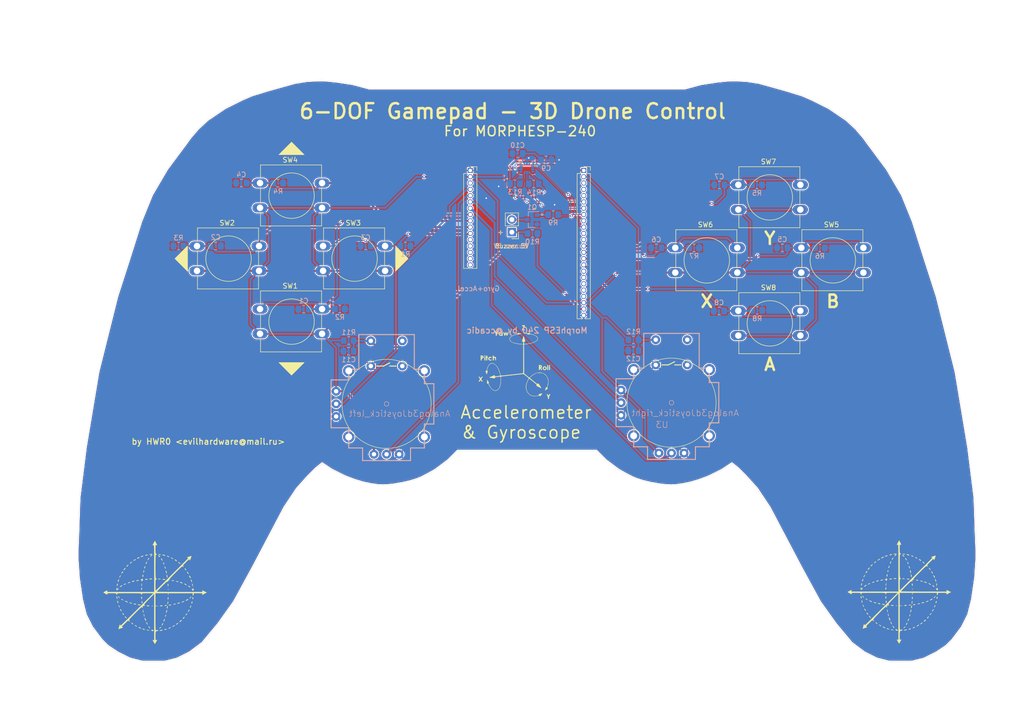
<source format=kicad_pcb>
(kicad_pcb (version 20171130) (host pcbnew "(5.1.8)-1")
  (layers (0 F.Cu signal) (31 B.Cu signal) (34 B.Paste user) (35 F.Paste user) (36 B.SilkS user) (37 F.SilkS user) (38 B.Mask user) (39 F.Mask user) (44 Edge.Cuts user))
  (net 0 "")
  (net 1 GND)
  (net 2 DOWN)
  (net 3 LEFT)
  (net 4 RIGHT)
  (net 5 UP)
  (net 6 BUTTONB)
  (net 7 BUTTONX)
  (net 8 BUTTONY)
  (net 9 BUTTONA)
  (net 10 LV)
  (net 11 HV)
  (net 12 /IO39)
  (net 13 "Net-(J3-Pad2)")
  (net 14 "Net-(Q1-Pad1)")
  (net 15 "Net-(J3-Pad1)")
  (net 16 HRIGHT)
  (net 17 VRIGHT)
  (net 18 HLEFT)
  (net 19 VLEFT)
  (net 20 INT2M6)
  (net 21 INT1M6)
  (net 22 SCL)
  (net 23 SDA)
  (net 24 BUTTONJR)
  (net 25 BUTTONJL)
  (module mesp240_3Dpad:6dof (layer F.Cu) (at 66.0273 173.9773)
    (fp_text reference G*** hide)
    (fp_text value LOGO hide)
  )
  (module mesp240_3Dpad:6dof (layer F.Cu) (at 215.97874 173.89856)
    (fp_text reference G*** hide)
    (fp_text value LOGO hide)
  )
  (module mesp240_3Dpad:yawpitchroll_slk (layer F.Cu) (at 138.44016 127.53086)
    (fp_text reference G*** hide)
    (fp_text value LOGO hide)
  )
  (module Button_Switch_THT:SW_PUSH-12mm (layer F.Cu) (at 87.1779 116.843)
    (fp_text reference SW1 (at 6.08 -4.66) (layer F.SilkS))
    (fp_text value "Button DOWN")
    (pad 2 thru_hole oval (at 0 5) (size 3.048 1.85) (drill 1.3) (layers *.Cu *.Mask) (net 10 LV))
    (pad 1 thru_hole oval (at 0 0) (size 3.048 1.85) (drill 1.3) (layers *.Cu *.Mask) (net 2 DOWN))
    (pad 2 thru_hole oval (at 12.5 5) (size 3.048 1.85) (drill 1.3) (layers *.Cu *.Mask) (net 10 LV))
    (pad 1 thru_hole oval (at 12.5 0) (size 3.048 1.85) (drill 1.3) (layers *.Cu *.Mask) (net 2 DOWN))
  )
  (module mesp240_3Dpad:3dpad_silh (layer F.Cu) (at 140.98778 128.3081)
    (fp_text reference G*** hide)
    (fp_text value LOGO hide)
  )
  (module Capacitor_SMD:C_0805_2012Metric_Pad1.18x1.45mm_HandSolder (layer B.Cu) (at 162.412 125.222 180)
    (fp_text reference C12 (at 0.0215 -1.651) (layer B.SilkS) (effects (justify mirror)))
    (fp_text value 100nF)
    (pad 2 smd roundrect (at 1.0375 0 180) (size 1.175 1.45) (layers B.Cu B.Paste B.Mask) (roundrect_rratio 0.2127659574468085) (net 1 GND))
    (pad 1 smd roundrect (at -1.0375 0 180) (size 1.175 1.45) (layers B.Cu B.Paste B.Mask) (roundrect_rratio 0.2127659574468085) (net 24 BUTTONJR))
  )
  (module Capacitor_SMD:C_0805_2012Metric_Pad1.18x1.45mm_HandSolder (layer B.Cu) (at 105.008 125.349 180)
    (fp_text reference C11 (at -0.0215 -1.70688) (layer B.SilkS) (effects (justify mirror)))
    (fp_text value 100nF)
    (pad 2 smd roundrect (at 1.0375 0 180) (size 1.175 1.45) (layers B.Cu B.Paste B.Mask) (roundrect_rratio 0.2127659574468085) (net 1 GND))
    (pad 1 smd roundrect (at -1.0375 0 180) (size 1.175 1.45) (layers B.Cu B.Paste B.Mask) (roundrect_rratio 0.2127659574468085) (net 25 BUTTONJL))
  )
  (module hwreverse:JOYSTICK (layer F.Cu) (at 170.083 135.73)
    (fp_text reference U3 (at -1.905 4.445) (layer B.SilkS) (effects (font (size 1.27 1.27) (thickness 0.1016)) (justify mirror)))
    (fp_text value Analog3dJoystick_right (at 2.76352 2.06502) (layer B.SilkS) (effects (font (size 1.27 1.27) (thickness 0.1016)) (justify mirror)))
    (pad V3 thru_hole circle (at -10.16 2.54) (size 1.778 1.778) (drill 0.889) (layers *.Cu F.Paste F.Mask) (net 1 GND))
    (pad V2 thru_hole circle (at -10.16 0) (size 1.778 1.778) (drill 0.889) (layers *.Cu F.Paste F.Mask) (net 17 VRIGHT))
    (pad V1 thru_hole circle (at -10.16 -2.54) (size 1.778 1.778) (drill 0.889) (layers *.Cu F.Paste F.Mask) (net 10 LV))
    (pad MOUN thru_hole circle (at 7.62 -6.6675) (size 2.286 2.286) (drill 1.397) (layers *.Cu F.Paste F.Mask))
    (pad MOUN thru_hole circle (at 7.62 6.6675) (size 2.286 2.286) (drill 1.397) (layers *.Cu F.Paste F.Mask))
    (pad MOUN thru_hole circle (at -7.62 6.6675) (size 2.286 2.286) (drill 1.397) (layers *.Cu F.Paste F.Mask))
    (pad MOUN thru_hole circle (at -7.62 -6.6675) (size 2.286 2.286) (drill 1.397) (layers *.Cu F.Paste F.Mask))
    (pad H3 thru_hole circle (at 2.54 10.16) (size 1.778 1.778) (drill 0.889) (layers *.Cu F.Paste F.Mask) (net 1 GND))
    (pad H2 thru_hole circle (at 0 10.16) (size 1.778 1.778) (drill 0.889) (layers *.Cu F.Paste F.Mask) (net 16 HRIGHT))
    (pad H1 thru_hole circle (at -2.54 10.16) (size 1.778 1.778) (drill 0.889) (layers *.Cu F.Paste F.Mask) (net 10 LV))
    (pad B2B thru_hole circle (at 3.175 -7.62) (size 1.778 1.778) (drill 0.89916) (layers *.Cu F.Paste F.Mask))
    (pad B2A thru_hole circle (at -3.175 -7.62) (size 1.778 1.778) (drill 0.89916) (layers *.Cu F.Paste F.Mask) (net 1 GND))
    (pad B1B thru_hole circle (at 3.175 -12.7) (size 1.778 1.778) (drill 0.89916) (layers *.Cu F.Paste F.Mask))
    (pad B1A thru_hole circle (at -3.175 -12.7) (size 1.778 1.778) (drill 0.89916) (layers *.Cu F.Paste F.Mask) (net 24 BUTTONJR))
  )
  (module Package_LGA:LGA-14_3x2.5mm_P0.5mm_LayoutBorder3x4y (layer B.Cu) (at 140.957 88.3895)
    (fp_text reference U2 (at -2.84226 -0.00762) (layer B.SilkS) (effects (justify mirror)))
    (fp_text value LSM6DS3)
    (pad 14 smd custom (at -0.5 0.9125) (size 0.223223 0.223223) (layers B.Cu B.Paste B.Mask) (net 23 SDA) (options (clearance outline) (anchor circle)) (primitives (gr_poly (pts (xy -0.125 0.2375) (xy 0.125 0.2375) (xy 0.125 -0.2375) (xy 0.081066 -0.2375) (xy -0.125 -0.031434)) (width 0.15))))
    (pad 13 smd roundrect (at 0 0.9125) (size 0.4 0.625) (layers B.Cu B.Paste B.Mask) (net 22 SCL))
    (pad 12 smd custom (at 0.5 0.9125) (size 0.223223 0.223223) (layers B.Cu B.Paste B.Mask) (net 10 LV) (options (clearance outline) (anchor circle)) (primitives (gr_poly (pts (xy -0.125 0.2375) (xy 0.125 0.2375) (xy 0.125 -0.031434) (xy -0.081066 -0.2375) (xy -0.125 -0.2375)) (width 0.15))))
    (pad 11 smd custom (at 1.1625 0.75) (size 0.223223 0.223223) (layers B.Cu B.Paste B.Mask) (options (clearance outline) (anchor circle)) (primitives (gr_poly (pts (xy -0.2375 -0.081066) (xy -0.031434 0.125) (xy 0.2375 0.125) (xy 0.2375 -0.125) (xy -0.2375 -0.125)) (width 0.15))))
    (pad 10 smd roundrect (at 1.1625 0.25) (size 0.625 0.4) (layers B.Cu B.Paste B.Mask))
    (pad 9 smd roundrect (at 1.1625 -0.25) (size 0.625 0.4) (layers B.Cu B.Paste B.Mask) (net 20 INT2M6))
    (pad 8 smd custom (at 1.1625 -0.75) (size 0.223223 0.223223) (layers B.Cu B.Paste B.Mask) (net 10 LV) (options (clearance outline) (anchor circle)) (primitives (gr_poly (pts (xy -0.2375 0.125) (xy 0.2375 0.125) (xy 0.2375 -0.125) (xy -0.031434 -0.125) (xy -0.2375 0.081066)) (width 0.15))))
    (pad 7 smd custom (at 0.5 -0.9125) (size 0.223223 0.223223) (layers B.Cu B.Paste B.Mask) (net 1 GND) (options (clearance outline) (anchor circle)) (primitives (gr_poly (pts (xy -0.125 0.2375) (xy -0.081066 0.2375) (xy 0.125 0.031434) (xy 0.125 -0.2375) (xy -0.125 -0.2375)) (width 0.15))))
    (pad 6 smd roundrect (at 0 -0.9125) (size 0.4 0.625) (layers B.Cu B.Paste B.Mask) (net 1 GND))
    (pad 5 smd custom (at -0.5 -0.9125) (size 0.223223 0.223223) (layers B.Cu B.Paste B.Mask) (net 10 LV) (options (clearance outline) (anchor circle)) (primitives (gr_poly (pts (xy -0.125 0.031434) (xy 0.081066 0.2375) (xy 0.125 0.2375) (xy 0.125 -0.2375) (xy -0.125 -0.2375)) (width 0.15))))
    (pad 4 smd custom (at -1.1625 -0.75) (size 0.223223 0.223223) (layers B.Cu B.Paste B.Mask) (net 21 INT1M6) (options (clearance outline) (anchor circle)) (primitives (gr_poly (pts (xy -0.2375 0.125) (xy 0.2375 0.125) (xy 0.2375 0.081066) (xy 0.031434 -0.125) (xy -0.2375 -0.125)) (width 0.15))))
    (pad 3 smd roundrect (at -1.1625 -0.25) (size 0.625 0.4) (layers B.Cu B.Paste B.Mask) (net 1 GND))
    (pad 2 smd roundrect (at -1.1625 0.25) (size 0.625 0.4) (layers B.Cu B.Paste B.Mask) (net 1 GND))
    (pad 1 smd custom (at -1.1625 0.75) (size 0.223223 0.223223) (layers B.Cu B.Paste B.Mask) (net 10 LV) (options (clearance outline) (anchor circle)) (primitives (gr_poly (pts (xy -0.2375 0.125) (xy 0.031434 0.125) (xy 0.2375 -0.081066) (xy 0.2375 -0.125) (xy -0.2375 -0.125)) (width 0.15))))
  )
  (module hwreverse:JOYSTICK (layer F.Cu) (at 112.672 135.964)
    (fp_text reference U1 hide)
    (fp_text value Analog3dJoystick_left (at 2.64414 1.95834) (layer B.SilkS) (effects (font (size 1.27 1.27) (thickness 0.1016)) (justify mirror)))
    (pad V3 thru_hole circle (at -10.16 2.54) (size 1.778 1.778) (drill 0.889) (layers *.Cu F.Paste F.Mask) (net 1 GND))
    (pad V2 thru_hole circle (at -10.16 0) (size 1.778 1.778) (drill 0.889) (layers *.Cu F.Paste F.Mask) (net 19 VLEFT))
    (pad V1 thru_hole circle (at -10.16 -2.54) (size 1.778 1.778) (drill 0.889) (layers *.Cu F.Paste F.Mask) (net 10 LV))
    (pad MOUN thru_hole circle (at 7.62 -6.6675) (size 2.286 2.286) (drill 1.397) (layers *.Cu F.Paste F.Mask))
    (pad MOUN thru_hole circle (at 7.62 6.6675) (size 2.286 2.286) (drill 1.397) (layers *.Cu F.Paste F.Mask))
    (pad MOUN thru_hole circle (at -7.62 6.6675) (size 2.286 2.286) (drill 1.397) (layers *.Cu F.Paste F.Mask))
    (pad MOUN thru_hole circle (at -7.62 -6.6675) (size 2.286 2.286) (drill 1.397) (layers *.Cu F.Paste F.Mask))
    (pad H3 thru_hole circle (at 2.54 10.16) (size 1.778 1.778) (drill 0.889) (layers *.Cu F.Paste F.Mask) (net 1 GND))
    (pad H2 thru_hole circle (at 0 10.16) (size 1.778 1.778) (drill 0.889) (layers *.Cu F.Paste F.Mask) (net 18 HLEFT))
    (pad H1 thru_hole circle (at -2.54 10.16) (size 1.778 1.778) (drill 0.889) (layers *.Cu F.Paste F.Mask) (net 10 LV))
    (pad B2B thru_hole circle (at 3.175 -7.62) (size 1.778 1.778) (drill 0.89916) (layers *.Cu F.Paste F.Mask))
    (pad B2A thru_hole circle (at -3.175 -7.62) (size 1.778 1.778) (drill 0.89916) (layers *.Cu F.Paste F.Mask) (net 1 GND))
    (pad B1B thru_hole circle (at 3.175 -12.7) (size 1.778 1.778) (drill 0.89916) (layers *.Cu F.Paste F.Mask))
    (pad B1A thru_hole circle (at -3.175 -12.7) (size 1.778 1.778) (drill 0.89916) (layers *.Cu F.Paste F.Mask) (net 25 BUTTONJL))
  )
  (module Button_Switch_THT:SW_PUSH-12mm (layer F.Cu) (at 183.548 117.196)
    (fp_text reference SW8 (at 6.08 -4.66) (layer F.SilkS))
    (fp_text value "Button A")
    (pad 2 thru_hole oval (at 0 5) (size 3.048 1.85) (drill 1.3) (layers *.Cu *.Mask) (net 10 LV))
    (pad 1 thru_hole oval (at 0 0) (size 3.048 1.85) (drill 1.3) (layers *.Cu *.Mask) (net 9 BUTTONA))
    (pad 2 thru_hole oval (at 12.5 5) (size 3.048 1.85) (drill 1.3) (layers *.Cu *.Mask) (net 10 LV))
    (pad 1 thru_hole oval (at 12.5 0) (size 3.048 1.85) (drill 1.3) (layers *.Cu *.Mask) (net 9 BUTTONA))
  )
  (module Button_Switch_THT:SW_PUSH-12mm (layer F.Cu) (at 183.548 91.7956)
    (fp_text reference SW7 (at 6.08 -4.66) (layer F.SilkS))
    (fp_text value "Button Y")
    (pad 2 thru_hole oval (at 0 5) (size 3.048 1.85) (drill 1.3) (layers *.Cu *.Mask) (net 10 LV))
    (pad 1 thru_hole oval (at 0 0) (size 3.048 1.85) (drill 1.3) (layers *.Cu *.Mask) (net 8 BUTTONY))
    (pad 2 thru_hole oval (at 12.5 5) (size 3.048 1.85) (drill 1.3) (layers *.Cu *.Mask) (net 10 LV))
    (pad 1 thru_hole oval (at 12.5 0) (size 3.048 1.85) (drill 1.3) (layers *.Cu *.Mask) (net 8 BUTTONY))
  )
  (module Button_Switch_THT:SW_PUSH-12mm (layer F.Cu) (at 170.848 104.496)
    (fp_text reference SW6 (at 6.08 -4.66) (layer F.SilkS))
    (fp_text value "Button X")
    (pad 2 thru_hole oval (at 0 5) (size 3.048 1.85) (drill 1.3) (layers *.Cu *.Mask) (net 10 LV))
    (pad 1 thru_hole oval (at 0 0) (size 3.048 1.85) (drill 1.3) (layers *.Cu *.Mask) (net 7 BUTTONX))
    (pad 2 thru_hole oval (at 12.5 5) (size 3.048 1.85) (drill 1.3) (layers *.Cu *.Mask) (net 10 LV))
    (pad 1 thru_hole oval (at 12.5 0) (size 3.048 1.85) (drill 1.3) (layers *.Cu *.Mask) (net 7 BUTTONX))
  )
  (module Button_Switch_THT:SW_PUSH-12mm (layer F.Cu) (at 196.248 104.496)
    (fp_text reference SW5 (at 6.08 -4.66) (layer F.SilkS))
    (fp_text value "Button B")
    (pad 2 thru_hole oval (at 0 5) (size 3.048 1.85) (drill 1.3) (layers *.Cu *.Mask) (net 10 LV))
    (pad 1 thru_hole oval (at 0 0) (size 3.048 1.85) (drill 1.3) (layers *.Cu *.Mask) (net 6 BUTTONB))
    (pad 2 thru_hole oval (at 12.5 5) (size 3.048 1.85) (drill 1.3) (layers *.Cu *.Mask) (net 10 LV))
    (pad 1 thru_hole oval (at 12.5 0) (size 3.048 1.85) (drill 1.3) (layers *.Cu *.Mask) (net 6 BUTTONB))
  )
  (module Button_Switch_THT:SW_PUSH-12mm (layer F.Cu) (at 87.1779 91.4425)
    (fp_text reference SW4 (at 6.08 -4.66) (layer F.SilkS))
    (fp_text value "Button UP")
    (pad 2 thru_hole oval (at 0 5) (size 3.048 1.85) (drill 1.3) (layers *.Cu *.Mask) (net 10 LV))
    (pad 1 thru_hole oval (at 0 0) (size 3.048 1.85) (drill 1.3) (layers *.Cu *.Mask) (net 5 UP))
    (pad 2 thru_hole oval (at 12.5 5) (size 3.048 1.85) (drill 1.3) (layers *.Cu *.Mask) (net 10 LV))
    (pad 1 thru_hole oval (at 12.5 0) (size 3.048 1.85) (drill 1.3) (layers *.Cu *.Mask) (net 5 UP))
  )
  (module Button_Switch_THT:SW_PUSH-12mm (layer F.Cu) (at 99.8779 104.143)
    (fp_text reference SW3 (at 6.08 -4.66) (layer F.SilkS))
    (fp_text value "Button Right")
    (pad 2 thru_hole oval (at 0 5) (size 3.048 1.85) (drill 1.3) (layers *.Cu *.Mask) (net 10 LV))
    (pad 1 thru_hole oval (at 0 0) (size 3.048 1.85) (drill 1.3) (layers *.Cu *.Mask) (net 4 RIGHT))
    (pad 2 thru_hole oval (at 12.5 5) (size 3.048 1.85) (drill 1.3) (layers *.Cu *.Mask) (net 10 LV))
    (pad 1 thru_hole oval (at 12.5 0) (size 3.048 1.85) (drill 1.3) (layers *.Cu *.Mask) (net 4 RIGHT))
  )
  (module Button_Switch_THT:SW_PUSH-12mm (layer F.Cu) (at 74.4779 104.143)
    (fp_text reference SW2 (at 6.08 -4.66) (layer F.SilkS))
    (fp_text value "Button LEFT")
    (pad 2 thru_hole oval (at 0 5) (size 3.048 1.85) (drill 1.3) (layers *.Cu *.Mask) (net 10 LV))
    (pad 1 thru_hole oval (at 0 0) (size 3.048 1.85) (drill 1.3) (layers *.Cu *.Mask) (net 3 LEFT))
    (pad 2 thru_hole oval (at 12.5 5) (size 3.048 1.85) (drill 1.3) (layers *.Cu *.Mask) (net 10 LV))
    (pad 1 thru_hole oval (at 12.5 0) (size 3.048 1.85) (drill 1.3) (layers *.Cu *.Mask) (net 3 LEFT))
  )
  (module Resistor_SMD:R_0805_2012Metric_Pad1.20x1.40mm_HandSolder (layer B.Cu) (at 142.338 91.6203 180)
    (fp_text reference R14 (at -0.02794 -1.69926) (layer B.SilkS) (effects (justify mirror)))
    (fp_text value 4k7)
    (pad 2 smd roundrect (at 1 0 180) (size 1.2 1.4) (layers B.Cu B.Paste B.Mask) (roundrect_rratio 0.2083325) (net 22 SCL))
    (pad 1 smd roundrect (at -1 0 180) (size 1.2 1.4) (layers B.Cu B.Paste B.Mask) (roundrect_rratio 0.2083325) (net 10 LV))
  )
  (module Resistor_SMD:R_0805_2012Metric_Pad1.20x1.40mm_HandSolder (layer B.Cu) (at 138.53 91.5746)
    (fp_text reference R13 (at 0.04826 1.67894) (layer B.SilkS) (effects (justify mirror)))
    (fp_text value 4k7)
    (pad 2 smd roundrect (at 1 0) (size 1.2 1.4) (layers B.Cu B.Paste B.Mask) (roundrect_rratio 0.2083325) (net 23 SDA))
    (pad 1 smd roundrect (at -1 0) (size 1.2 1.4) (layers B.Cu B.Paste B.Mask) (roundrect_rratio 0.2083325) (net 10 LV))
  )
  (module Resistor_SMD:R_0805_2012Metric_Pad1.20x1.40mm_HandSolder (layer B.Cu) (at 162.417 123.063)
    (fp_text reference R12 (at 0.016 -1.651) (layer B.SilkS) (effects (justify mirror)))
    (fp_text value 10K)
    (pad 2 smd roundrect (at 1 0) (size 1.2 1.4) (layers B.Cu B.Paste B.Mask) (roundrect_rratio 0.2083325) (net 24 BUTTONJR))
    (pad 1 smd roundrect (at -1 0) (size 1.2 1.4) (layers B.Cu B.Paste B.Mask) (roundrect_rratio 0.2083325) (net 10 LV))
  )
  (module Resistor_SMD:R_0805_2012Metric_Pad1.20x1.40mm_HandSolder (layer B.Cu) (at 105.045 123.19)
    (fp_text reference R11 (at -0.016 -1.651) (layer B.SilkS) (effects (justify mirror)))
    (fp_text value 10K)
    (pad 2 smd roundrect (at 1 0) (size 1.2 1.4) (layers B.Cu B.Paste B.Mask) (roundrect_rratio 0.2083325) (net 25 BUTTONJL))
    (pad 1 smd roundrect (at -1 0) (size 1.2 1.4) (layers B.Cu B.Paste B.Mask) (roundrect_rratio 0.2083325) (net 10 LV))
  )
  (module Capacitor_SMD:C_0805_2012Metric_Pad1.18x1.45mm_HandSolder (layer B.Cu) (at 139.079 85.4964 180)
    (fp_text reference C10 (at 0 1.68) (layer B.SilkS) (effects (justify mirror)))
    (fp_text value 100nF)
    (pad 2 smd roundrect (at 1.0375 0 180) (size 1.175 1.45) (layers B.Cu B.Paste B.Mask) (roundrect_rratio 0.2127659574468085) (net 1 GND))
    (pad 1 smd roundrect (at -1.0375 0 180) (size 1.175 1.45) (layers B.Cu B.Paste B.Mask) (roundrect_rratio 0.2127659574468085) (net 10 LV))
  )
  (module Capacitor_SMD:C_0805_2012Metric_Pad1.18x1.45mm_HandSolder (layer B.Cu) (at 144.832 86.7816)
    (fp_text reference C9 (at 0 1.68) (layer B.SilkS) (effects (justify mirror)))
    (fp_text value 100nF)
    (pad 2 smd roundrect (at 1.0375 0) (size 1.175 1.45) (layers B.Cu B.Paste B.Mask) (roundrect_rratio 0.2127659574468085) (net 1 GND))
    (pad 1 smd roundrect (at -1.0375 0) (size 1.175 1.45) (layers B.Cu B.Paste B.Mask) (roundrect_rratio 0.2127659574468085) (net 10 LV))
  )
  (module Resistor_SMD:R_0805_2012Metric_Pad1.20x1.40mm_HandSolder (layer B.Cu) (at 142.06804 101.63048)
    (fp_text reference R10 (at 0 1.65) (layer B.SilkS) (effects (justify mirror)))
    (fp_text value 100R)
    (pad 2 smd roundrect (at 1 0) (size 1.2 1.4) (layers B.Cu B.Paste B.Mask) (roundrect_rratio 0.2083325) (net 11 HV))
    (pad 1 smd roundrect (at -1 0) (size 1.2 1.4) (layers B.Cu B.Paste B.Mask) (roundrect_rratio 0.2083325) (net 15 "Net-(J3-Pad1)"))
  )
  (module Resistor_SMD:R_0805_2012Metric_Pad1.20x1.40mm_HandSolder (layer B.Cu) (at 146.252 97.79)
    (fp_text reference R9 (at 0 1.65) (layer B.SilkS) (effects (justify mirror)))
    (fp_text value 1K)
    (pad 2 smd roundrect (at 1 0) (size 1.2 1.4) (layers B.Cu B.Paste B.Mask) (roundrect_rratio 0.2083325) (net 12 /IO39))
    (pad 1 smd roundrect (at -1 0) (size 1.2 1.4) (layers B.Cu B.Paste B.Mask) (roundrect_rratio 0.2083325) (net 14 "Net-(Q1-Pad1)"))
  )
  (module Resistor_SMD:R_0805_2012Metric_Pad1.20x1.40mm_HandSolder (layer B.Cu) (at 187.355 117.119)
    (fp_text reference R8 (at 0 1.65) (layer B.SilkS) (effects (justify mirror)))
    (fp_text value 10K)
    (pad 2 smd roundrect (at 1 0) (size 1.2 1.4) (layers B.Cu B.Paste B.Mask) (roundrect_rratio 0.2083325) (net 1 GND))
    (pad 1 smd roundrect (at -1 0) (size 1.2 1.4) (layers B.Cu B.Paste B.Mask) (roundrect_rratio 0.2083325) (net 9 BUTTONA))
  )
  (module Resistor_SMD:R_0805_2012Metric_Pad1.20x1.40mm_HandSolder (layer B.Cu) (at 174.641 104.521)
    (fp_text reference R7 (at 0 1.65) (layer B.SilkS) (effects (justify mirror)))
    (fp_text value 10K)
    (pad 2 smd roundrect (at 1 0) (size 1.2 1.4) (layers B.Cu B.Paste B.Mask) (roundrect_rratio 0.2083325) (net 1 GND))
    (pad 1 smd roundrect (at -1 0) (size 1.2 1.4) (layers B.Cu B.Paste B.Mask) (roundrect_rratio 0.2083325) (net 7 BUTTONX))
  )
  (module Resistor_SMD:R_0805_2012Metric_Pad1.20x1.40mm_HandSolder (layer B.Cu) (at 199.986 104.529)
    (fp_text reference R6 (at 0 1.65) (layer B.SilkS) (effects (justify mirror)))
    (fp_text value 10K)
    (pad 2 smd roundrect (at 1 0) (size 1.2 1.4) (layers B.Cu B.Paste B.Mask) (roundrect_rratio 0.2083325) (net 1 GND))
    (pad 1 smd roundrect (at -1 0) (size 1.2 1.4) (layers B.Cu B.Paste B.Mask) (roundrect_rratio 0.2083325) (net 6 BUTTONB))
  )
  (module Resistor_SMD:R_0805_2012Metric_Pad1.20x1.40mm_HandSolder (layer B.Cu) (at 187.309 91.821)
    (fp_text reference R5 (at 0 1.65) (layer B.SilkS) (effects (justify mirror)))
    (fp_text value 10K)
    (pad 2 smd roundrect (at 1 0) (size 1.2 1.4) (layers B.Cu B.Paste B.Mask) (roundrect_rratio 0.2083325) (net 1 GND))
    (pad 1 smd roundrect (at -1 0) (size 1.2 1.4) (layers B.Cu B.Paste B.Mask) (roundrect_rratio 0.2083325) (net 8 BUTTONY))
  )
  (module Resistor_SMD:R_0805_2012Metric_Pad1.20x1.40mm_HandSolder (layer B.Cu) (at 90.821 91.4552)
    (fp_text reference R4 (at 0 1.65) (layer B.SilkS) (effects (justify mirror)))
    (fp_text value 10K)
    (pad 2 smd roundrect (at 1 0) (size 1.2 1.4) (layers B.Cu B.Paste B.Mask) (roundrect_rratio 0.2083325) (net 1 GND))
    (pad 1 smd roundrect (at -1 0) (size 1.2 1.4) (layers B.Cu B.Paste B.Mask) (roundrect_rratio 0.2083325) (net 5 UP))
  )
  (module Resistor_SMD:R_0805_2012Metric_Pad1.20x1.40mm_HandSolder (layer B.Cu) (at 70.755 104.14 180)
    (fp_text reference R3 (at 0 1.65) (layer B.SilkS) (effects (justify mirror)))
    (fp_text value 10K)
    (pad 2 smd roundrect (at 1 0 180) (size 1.2 1.4) (layers B.Cu B.Paste B.Mask) (roundrect_rratio 0.2083325) (net 1 GND))
    (pad 1 smd roundrect (at -1 0 180) (size 1.2 1.4) (layers B.Cu B.Paste B.Mask) (roundrect_rratio 0.2083325) (net 3 LEFT))
  )
  (module Resistor_SMD:R_0805_2012Metric_Pad1.20x1.40mm_HandSolder (layer B.Cu) (at 103.258 116.83)
    (fp_text reference R2 (at 0 1.65) (layer B.SilkS) (effects (justify mirror)))
    (fp_text value 10K)
    (pad 2 smd roundrect (at 1 0) (size 1.2 1.4) (layers B.Cu B.Paste B.Mask) (roundrect_rratio 0.2083325) (net 1 GND))
    (pad 1 smd roundrect (at -1 0) (size 1.2 1.4) (layers B.Cu B.Paste B.Mask) (roundrect_rratio 0.2083325) (net 2 DOWN))
  )
  (module Resistor_SMD:R_0805_2012Metric_Pad1.20x1.40mm_HandSolder (layer B.Cu) (at 116.475 104.14)
    (fp_text reference R1 (at 0 1.65) (layer B.SilkS) (effects (justify mirror)))
    (fp_text value 10K)
    (pad 2 smd roundrect (at 1 0) (size 1.2 1.4) (layers B.Cu B.Paste B.Mask) (roundrect_rratio 0.2083325) (net 1 GND))
    (pad 1 smd roundrect (at -1 0) (size 1.2 1.4) (layers B.Cu B.Paste B.Mask) (roundrect_rratio 0.2083325) (net 4 RIGHT))
  )
  (module Package_TO_SOT_SMD:SOT-23 (layer B.Cu) (at 141.986 98.806 180)
    (fp_text reference Q1 (at 0 2.5) (layer B.SilkS) (effects (justify mirror)))
    (fp_text value MMBT3904)
    (pad 3 smd rect (at 1 0 180) (size 0.9 0.8) (layers B.Cu B.Paste B.Mask) (net 13 "Net-(J3-Pad2)"))
    (pad 2 smd rect (at -1 -0.95 180) (size 0.9 0.8) (layers B.Cu B.Paste B.Mask) (net 1 GND))
    (pad 1 smd rect (at -1 0.95 180) (size 0.9 0.8) (layers B.Cu B.Paste B.Mask) (net 14 "Net-(Q1-Pad1)"))
  )
  (module Connector_PinHeader_2.54mm:PinHeader_1x02_P2.54mm_Vertical (layer F.Cu) (at 137.922 101.346 180)
    (fp_text reference J3 hide)
    (fp_text value "Piezo Connector")
    (pad 2 thru_hole oval (at 0 2.54 180) (size 1.7 1.7) (drill 1) (layers *.Cu *.Mask) (net 13 "Net-(J3-Pad2)"))
    (pad 1 thru_hole rect (at 0 0 180) (size 1.7 1.7) (drill 1) (layers *.Cu *.Mask) (net 15 "Net-(J3-Pad1)"))
  )
  (module Connector_PinSocket_1.27mm:PinSocket_1x24_P1.27mm_Vertical (layer F.Cu) (at 152.4 88.9)
    (fp_text reference J2 hide)
    (fp_text value "1.27P CNX")
    (pad 24 thru_hole oval (at 0 29.21) (size 1 1) (drill 0.7) (layers *.Cu *.Mask) (net 1 GND))
    (pad 23 thru_hole oval (at 0 27.94) (size 1 1) (drill 0.7) (layers *.Cu *.Mask) (net 11 HV))
    (pad 22 thru_hole oval (at 0 26.67) (size 1 1) (drill 0.7) (layers *.Cu *.Mask) (net 10 LV))
    (pad 21 thru_hole oval (at 0 25.4) (size 1 1) (drill 0.7) (layers *.Cu *.Mask))
    (pad 20 thru_hole oval (at 0 24.13) (size 1 1) (drill 0.7) (layers *.Cu *.Mask))
    (pad 19 thru_hole oval (at 0 22.86) (size 1 1) (drill 0.7) (layers *.Cu *.Mask))
    (pad 18 thru_hole oval (at 0 21.59) (size 1 1) (drill 0.7) (layers *.Cu *.Mask))
    (pad 17 thru_hole oval (at 0 20.32) (size 1 1) (drill 0.7) (layers *.Cu *.Mask))
    (pad 16 thru_hole oval (at 0 19.05) (size 1 1) (drill 0.7) (layers *.Cu *.Mask) (net 9 BUTTONA))
    (pad 15 thru_hole oval (at 0 17.78) (size 1 1) (drill 0.7) (layers *.Cu *.Mask) (net 6 BUTTONB))
    (pad 14 thru_hole oval (at 0 16.51) (size 1 1) (drill 0.7) (layers *.Cu *.Mask) (net 7 BUTTONX))
    (pad 13 thru_hole oval (at 0 15.24) (size 1 1) (drill 0.7) (layers *.Cu *.Mask) (net 8 BUTTONY))
    (pad 12 thru_hole oval (at 0 13.97) (size 1 1) (drill 0.7) (layers *.Cu *.Mask))
    (pad 11 thru_hole oval (at 0 12.7) (size 1 1) (drill 0.7) (layers *.Cu *.Mask))
    (pad 10 thru_hole oval (at 0 11.43) (size 1 1) (drill 0.7) (layers *.Cu *.Mask) (net 20 INT2M6))
    (pad 9 thru_hole oval (at 0 10.16) (size 1 1) (drill 0.7) (layers *.Cu *.Mask) (net 21 INT1M6))
    (pad 8 thru_hole oval (at 0 8.89) (size 1 1) (drill 0.7) (layers *.Cu *.Mask) (net 12 /IO39))
    (pad 7 thru_hole oval (at 0 7.62) (size 1 1) (drill 0.7) (layers *.Cu *.Mask) (net 22 SCL))
    (pad 6 thru_hole oval (at 0 6.35) (size 1 1) (drill 0.7) (layers *.Cu *.Mask) (net 23 SDA))
    (pad 5 thru_hole oval (at 0 5.08) (size 1 1) (drill 0.7) (layers *.Cu *.Mask))
    (pad 4 thru_hole oval (at 0 3.81) (size 1 1) (drill 0.7) (layers *.Cu *.Mask))
    (pad 3 thru_hole oval (at 0 2.54) (size 1 1) (drill 0.7) (layers *.Cu *.Mask))
    (pad 2 thru_hole oval (at 0 1.27) (size 1 1) (drill 0.7) (layers *.Cu *.Mask) (net 24 BUTTONJR))
    (pad 1 thru_hole rect (at 0 0) (size 1 1) (drill 0.7) (layers *.Cu *.Mask) (net 25 BUTTONJL))
  )
  (module Connector_PinSocket_1.27mm:PinSocket_1x16_P1.27mm_Vertical (layer F.Cu) (at 129.54 88.9)
    (fp_text reference J1 hide)
    (fp_text value "1.27P CNX")
    (pad 16 thru_hole oval (at 0 19.05) (size 1 1) (drill 0.7) (layers *.Cu *.Mask))
    (pad 15 thru_hole oval (at 0 17.78) (size 1 1) (drill 0.7) (layers *.Cu *.Mask))
    (pad 14 thru_hole oval (at 0 16.51) (size 1 1) (drill 0.7) (layers *.Cu *.Mask))
    (pad 13 thru_hole oval (at 0 15.24) (size 1 1) (drill 0.7) (layers *.Cu *.Mask))
    (pad 12 thru_hole oval (at 0 13.97) (size 1 1) (drill 0.7) (layers *.Cu *.Mask))
    (pad 11 thru_hole oval (at 0 12.7) (size 1 1) (drill 0.7) (layers *.Cu *.Mask) (net 4 RIGHT))
    (pad 10 thru_hole oval (at 0 11.43) (size 1 1) (drill 0.7) (layers *.Cu *.Mask) (net 3 LEFT))
    (pad 9 thru_hole oval (at 0 10.16) (size 1 1) (drill 0.7) (layers *.Cu *.Mask) (net 2 DOWN))
    (pad 8 thru_hole oval (at 0 8.89) (size 1 1) (drill 0.7) (layers *.Cu *.Mask) (net 5 UP))
    (pad 7 thru_hole oval (at 0 7.62) (size 1 1) (drill 0.7) (layers *.Cu *.Mask) (net 16 HRIGHT))
    (pad 6 thru_hole oval (at 0 6.35) (size 1 1) (drill 0.7) (layers *.Cu *.Mask) (net 17 VRIGHT))
    (pad 5 thru_hole oval (at 0 5.08) (size 1 1) (drill 0.7) (layers *.Cu *.Mask) (net 18 HLEFT))
    (pad 4 thru_hole oval (at 0 3.81) (size 1 1) (drill 0.7) (layers *.Cu *.Mask) (net 19 VLEFT))
    (pad 3 thru_hole oval (at 0 2.54) (size 1 1) (drill 0.7) (layers *.Cu *.Mask))
    (pad 2 thru_hole oval (at 0 1.27) (size 1 1) (drill 0.7) (layers *.Cu *.Mask) (net 10 LV))
    (pad 1 thru_hole rect (at 0 0) (size 1 1) (drill 0.7) (layers *.Cu *.Mask) (net 1 GND))
  )
  (module Capacitor_SMD:C_0805_2012Metric_Pad1.18x1.45mm_HandSolder (layer B.Cu) (at 179.663 117.234 180)
    (fp_text reference C8 (at 0 1.68) (layer B.SilkS) (effects (justify mirror)))
    (fp_text value 100nF)
    (pad 2 smd roundrect (at 1.0375 0 180) (size 1.175 1.45) (layers B.Cu B.Paste B.Mask) (roundrect_rratio 0.2127659574468085) (net 1 GND))
    (pad 1 smd roundrect (at -1.0375 0 180) (size 1.175 1.45) (layers B.Cu B.Paste B.Mask) (roundrect_rratio 0.2127659574468085) (net 9 BUTTONA))
  )
  (module Capacitor_SMD:C_0805_2012Metric_Pad1.18x1.45mm_HandSolder (layer B.Cu) (at 179.726 91.821 180)
    (fp_text reference C7 (at 0 1.68) (layer B.SilkS) (effects (justify mirror)))
    (fp_text value 100nF)
    (pad 2 smd roundrect (at 1.0375 0 180) (size 1.175 1.45) (layers B.Cu B.Paste B.Mask) (roundrect_rratio 0.2127659574468085) (net 1 GND))
    (pad 1 smd roundrect (at -1.0375 0 180) (size 1.175 1.45) (layers B.Cu B.Paste B.Mask) (roundrect_rratio 0.2127659574468085) (net 8 BUTTONY))
  )
  (module Capacitor_SMD:C_0805_2012Metric_Pad1.18x1.45mm_HandSolder (layer B.Cu) (at 167.026 104.521 180)
    (fp_text reference C6 (at 0 1.68) (layer B.SilkS) (effects (justify mirror)))
    (fp_text value 100nF)
    (pad 2 smd roundrect (at 1.0375 0 180) (size 1.175 1.45) (layers B.Cu B.Paste B.Mask) (roundrect_rratio 0.2127659574468085) (net 1 GND))
    (pad 1 smd roundrect (at -1.0375 0 180) (size 1.175 1.45) (layers B.Cu B.Paste B.Mask) (roundrect_rratio 0.2127659574468085) (net 7 BUTTONX))
  )
  (module Capacitor_SMD:C_0805_2012Metric_Pad1.18x1.45mm_HandSolder (layer B.Cu) (at 192.399 104.485 180)
    (fp_text reference C5 (at 0 1.68) (layer B.SilkS) (effects (justify mirror)))
    (fp_text value 100nF)
    (pad 2 smd roundrect (at 1.0375 0 180) (size 1.175 1.45) (layers B.Cu B.Paste B.Mask) (roundrect_rratio 0.2127659574468085) (net 1 GND))
    (pad 1 smd roundrect (at -1.0375 0 180) (size 1.175 1.45) (layers B.Cu B.Paste B.Mask) (roundrect_rratio 0.2127659574468085) (net 6 BUTTONB))
  )
  (module Capacitor_SMD:C_0805_2012Metric_Pad1.18x1.45mm_HandSolder (layer B.Cu) (at 83.3997 91.4273 180)
    (fp_text reference C4 (at 0 1.68) (layer B.SilkS) (effects (justify mirror)))
    (fp_text value 100nF)
    (pad 2 smd roundrect (at 1.0375 0 180) (size 1.175 1.45) (layers B.Cu B.Paste B.Mask) (roundrect_rratio 0.2127659574468085) (net 1 GND))
    (pad 1 smd roundrect (at -1.0375 0 180) (size 1.175 1.45) (layers B.Cu B.Paste B.Mask) (roundrect_rratio 0.2127659574468085) (net 5 UP))
  )
  (module Capacitor_SMD:C_0805_2012Metric_Pad1.18x1.45mm_HandSolder (layer B.Cu) (at 108.466 104.115 180)
    (fp_text reference C3 (at 0 1.68) (layer B.SilkS) (effects (justify mirror)))
    (fp_text value 100nF)
    (pad 2 smd roundrect (at 1.0375 0 180) (size 1.175 1.45) (layers B.Cu B.Paste B.Mask) (roundrect_rratio 0.2127659574468085) (net 1 GND))
    (pad 1 smd roundrect (at -1.0375 0 180) (size 1.175 1.45) (layers B.Cu B.Paste B.Mask) (roundrect_rratio 0.2127659574468085) (net 4 RIGHT))
  )
  (module Capacitor_SMD:C_0805_2012Metric_Pad1.18x1.45mm_HandSolder (layer B.Cu) (at 78.2535 104.14)
    (fp_text reference C2 (at 0 -1.778) (layer B.SilkS) (effects (justify mirror)))
    (fp_text value 100nF)
    (pad 2 smd roundrect (at 1.0375 0) (size 1.175 1.45) (layers B.Cu B.Paste B.Mask) (roundrect_rratio 0.2127659574468085) (net 1 GND))
    (pad 1 smd roundrect (at -1.0375 0) (size 1.175 1.45) (layers B.Cu B.Paste B.Mask) (roundrect_rratio 0.2127659574468085) (net 3 LEFT))
  )
  (module Capacitor_SMD:C_0805_2012Metric_Pad1.18x1.45mm_HandSolder (layer B.Cu) (at 95.9549 116.863 180)
    (fp_text reference C1 (at 0 1.68) (layer B.SilkS) (effects (justify mirror)))
    (fp_text value 100nF)
    (pad 2 smd roundrect (at 1.0375 0 180) (size 1.175 1.45) (layers B.Cu B.Paste B.Mask) (roundrect_rratio 0.2127659574468085) (net 1 GND))
    (pad 1 smd roundrect (at -1.0375 0 180) (size 1.175 1.45) (layers B.Cu B.Paste B.Mask) (roundrect_rratio 0.2127659574468085) (net 2 DOWN))
  )
  (gr_line (start 58.42 114.3) (end 54.61 129.54) (layer Edge.Cuts) (width 0.05))
  (gr_line (start 54.61 129.54) (end 52.07 144.78) (layer Edge.Cuts) (width 0.05))
  (gr_line (start 140.97 72.39) (end 109.22 72.39) (layer Edge.Cuts) (width 0.05))
  (gr_line (start 52.07 144.78) (end 50.8 154.94) (layer Edge.Cuts) (width 0.05))
  (gr_line (start 73.025 186.055) (end 75.565 184.15) (layer Edge.Cuts) (width 0.05))
  (gr_line (start 78.74 180.34) (end 81.915 175.895) (layer Edge.Cuts) (width 0.05))
  (gr_line (start 81.915 175.895) (end 85.725 168.91) (layer Edge.Cuts) (width 0.05))
  (gr_line (start 85.725 168.91) (end 92.075 156.845) (layer Edge.Cuts) (width 0.05))
  (gr_line (start 101.6 149.225) (end 104.14 150.495) (layer Edge.Cuts) (width 0.05))
  (gr_line (start 125.095 147.32) (end 127 145.415) (layer Edge.Cuts) (width 0.05))
  (gr_line (start 122.555 149.225) (end 125.095 147.32) (layer Edge.Cuts) (width 0.05))
  (gr_line (start 92.075 156.845) (end 94.615 153.035) (layer Edge.Cuts) (width 0.05))
  (gr_line (start 99.695 147.955) (end 101.6 149.225) (layer Edge.Cuts) (width 0.05))
  (gr_line (start 58.42 186.055) (end 60.96 187.325) (layer Edge.Cuts) (width 0.05))
  (gr_line (start 127 145.415) (end 137.795 145.415) (layer Edge.Cuts) (width 0.05))
  (gr_line (start 75.565 184.15) (end 78.74 180.34) (layer Edge.Cuts) (width 0.05))
  (gr_line (start 137.795 145.415) (end 140.97 145.415) (layer Edge.Cuts) (width 0.05))
  (gr_line (start 56.515 184.785) (end 58.42 186.055) (layer Edge.Cuts) (width 0.05))
  (gr_line (start 55.245 183.515) (end 56.515 184.785) (layer Edge.Cuts) (width 0.05))
  (gr_line (start 52.07 178.435) (end 53.34 180.975) (layer Edge.Cuts) (width 0.05))
  (gr_line (start 65.405 187.96) (end 67.945 187.96) (layer Edge.Cuts) (width 0.05))
  (gr_line (start 70.485 187.325) (end 73.025 186.055) (layer Edge.Cuts) (width 0.05))
  (gr_line (start 53.34 180.975) (end 55.245 183.515) (layer Edge.Cuts) (width 0.05))
  (gr_line (start 60.96 187.325) (end 63.5 187.96) (layer Edge.Cuts) (width 0.05))
  (gr_line (start 63.5 187.96) (end 65.405 187.96) (layer Edge.Cuts) (width 0.05))
  (gr_line (start 67.945 187.96) (end 70.485 187.325) (layer Edge.Cuts) (width 0.05))
  (gr_line (start 121.0945 150.0505) (end 122.555 149.225) (layer Edge.Cuts) (width 0.05))
  (gr_line (start 119.761 150.749) (end 121.0945 150.0505) (layer Edge.Cuts) (width 0.05))
  (gr_line (start 111.9505 152.4) (end 113.792 152.273) (layer Edge.Cuts) (width 0.05))
  (gr_line (start 74.676 80.518) (end 73.152 82.296) (layer Edge.Cuts) (width 0.05))
  (gr_line (start 50.419 167.259) (end 50.673 171.069) (layer Edge.Cuts) (width 0.05))
  (gr_line (start 100.711 70.8025) (end 99.441 70.739) (layer Edge.Cuts) (width 0.05))
  (gr_line (start 76.581 78.74) (end 74.676 80.518) (layer Edge.Cuts) (width 0.05))
  (gr_line (start 117.602 151.511) (end 118.8085 151.13) (layer Edge.Cuts) (width 0.05))
  (gr_line (start 116.0145 151.892) (end 117.602 151.511) (layer Edge.Cuts) (width 0.05))
  (gr_line (start 83.439 74.676) (end 80.137 76.327) (layer Edge.Cuts) (width 0.05))
  (gr_line (start 88.773 72.771) (end 85.471 73.787) (layer Edge.Cuts) (width 0.05))
  (gr_line (start 110.871 152.3365) (end 109.5375 152.146) (layer Edge.Cuts) (width 0.05))
  (gr_line (start 111.9505 152.4) (end 110.871 152.3365) (layer Edge.Cuts) (width 0.05))
  (gr_line (start 118.8085 151.13) (end 119.761 150.749) (layer Edge.Cuts) (width 0.05))
  (gr_line (start 50.546 162.306) (end 50.419 165.481) (layer Edge.Cuts) (width 0.05))
  (gr_line (start 94.234 71.247) (end 88.773 72.771) (layer Edge.Cuts) (width 0.05))
  (gr_line (start 73.152 82.296) (end 72.3265 83.439) (layer Edge.Cuts) (width 0.05))
  (gr_line (start 97.79 70.8025) (end 96.647 70.866) (layer Edge.Cuts) (width 0.05))
  (gr_line (start 113.792 152.273) (end 116.0145 151.892) (layer Edge.Cuts) (width 0.05))
  (gr_line (start 99.441 70.739) (end 97.79 70.8025) (layer Edge.Cuts) (width 0.05))
  (gr_line (start 102.616 70.993) (end 105.918 71.501) (layer Edge.Cuts) (width 0.05))
  (gr_line (start 72.3265 83.439) (end 68.453 88.646) (layer Edge.Cuts) (width 0.05))
  (gr_line (start 109.5375 152.146) (end 108.0135 151.8285) (layer Edge.Cuts) (width 0.05))
  (gr_line (start 100.711 70.8025) (end 102.616 70.993) (layer Edge.Cuts) (width 0.05))
  (gr_line (start 85.471 73.787) (end 83.439 74.676) (layer Edge.Cuts) (width 0.05))
  (gr_line (start 80.137 76.327) (end 76.581 78.74) (layer Edge.Cuts) (width 0.05))
  (gr_line (start 60.833 106.807) (end 58.42 114.3) (layer Edge.Cuts) (width 0.05))
  (gr_line (start 65.405 93.853) (end 63.246 99.187) (layer Edge.Cuts) (width 0.05))
  (gr_line (start 98.425 148.971) (end 96.901 150.495) (layer Edge.Cuts) (width 0.05))
  (gr_line (start 109.22 72.39) (end 105.918 71.501) (layer Edge.Cuts) (width 0.05))
  (gr_line (start 63.246 99.187) (end 60.833 106.807) (layer Edge.Cuts) (width 0.05))
  (gr_line (start 68.453 88.646) (end 65.405 93.853) (layer Edge.Cuts) (width 0.05))
  (gr_line (start 50.673 171.069) (end 51.308 175.387) (layer Edge.Cuts) (width 0.05))
  (gr_line (start 50.419 165.481) (end 50.419 167.259) (layer Edge.Cuts) (width 0.05))
  (gr_line (start 50.8 154.94) (end 50.546 162.306) (layer Edge.Cuts) (width 0.05))
  (gr_line (start 51.308 175.387) (end 52.07 178.435) (layer Edge.Cuts) (width 0.05))
  (gr_line (start 99.695 147.955) (end 98.425 148.971) (layer Edge.Cuts) (width 0.05))
  (gr_line (start 96.901 150.495) (end 94.615 153.035) (layer Edge.Cuts) (width 0.05))
  (gr_line (start 96.647 70.866) (end 94.234 71.247) (layer Edge.Cuts) (width 0.05))
  (gr_line (start 105.0925 150.876) (end 104.14 150.495) (layer Edge.Cuts) (width 0.05))
  (gr_line (start 108.0135 151.8285) (end 106.299 151.3205) (layer Edge.Cuts) (width 0.05))
  (gr_line (start 106.299 151.3205) (end 105.0925 150.876) (layer Edge.Cuts) (width 0.05))
  (gr_line (start 176.8475 150.876) (end 177.8 150.495) (layer Edge.Cuts) (width 0.05))
  (gr_line (start 175.641 151.3205) (end 176.8475 150.876) (layer Edge.Cuts) (width 0.05))
  (gr_line (start 173.9265 151.8285) (end 175.641 151.3205) (layer Edge.Cuts) (width 0.05))
  (gr_line (start 172.4025 152.146) (end 173.9265 151.8285) (layer Edge.Cuts) (width 0.05))
  (gr_line (start 171.069 152.3365) (end 172.4025 152.146) (layer Edge.Cuts) (width 0.05))
  (gr_line (start 169.9895 152.4) (end 171.069 152.3365) (layer Edge.Cuts) (width 0.05))
  (gr_line (start 160.8455 150.0505) (end 159.385 149.225) (layer Edge.Cuts) (width 0.05))
  (gr_line (start 162.179 150.749) (end 160.8455 150.0505) (layer Edge.Cuts) (width 0.05))
  (gr_line (start 163.1315 151.13) (end 162.179 150.749) (layer Edge.Cuts) (width 0.05))
  (gr_line (start 164.338 151.511) (end 163.1315 151.13) (layer Edge.Cuts) (width 0.05))
  (gr_line (start 165.9255 151.892) (end 164.338 151.511) (layer Edge.Cuts) (width 0.05))
  (gr_line (start 168.148 152.273) (end 165.9255 151.892) (layer Edge.Cuts) (width 0.05))
  (gr_line (start 169.9895 152.4) (end 168.148 152.273) (layer Edge.Cuts) (width 0.05))
  (gr_line (start 184.15 70.8025) (end 185.293 70.866) (layer Edge.Cuts) (width 0.05))
  (gr_line (start 182.499 70.739) (end 184.15 70.8025) (layer Edge.Cuts) (width 0.05))
  (gr_line (start 181.229 70.8025) (end 182.499 70.739) (layer Edge.Cuts) (width 0.05))
  (gr_line (start 179.324 70.993) (end 176.022 71.501) (layer Edge.Cuts) (width 0.05))
  (gr_line (start 181.229 70.8025) (end 179.324 70.993) (layer Edge.Cuts) (width 0.05))
  (gr_line (start 198.501 74.676) (end 201.803 76.327) (layer Edge.Cuts) (width 0.05))
  (gr_line (start 196.469 73.787) (end 198.501 74.676) (layer Edge.Cuts) (width 0.05))
  (gr_line (start 193.167 72.771) (end 196.469 73.787) (layer Edge.Cuts) (width 0.05))
  (gr_line (start 187.706 71.247) (end 193.167 72.771) (layer Edge.Cuts) (width 0.05))
  (gr_line (start 207.264 80.518) (end 208.788 82.296) (layer Edge.Cuts) (width 0.05))
  (gr_line (start 209.6135 83.439) (end 213.487 88.646) (layer Edge.Cuts) (width 0.05))
  (gr_line (start 208.788 82.296) (end 209.6135 83.439) (layer Edge.Cuts) (width 0.05))
  (gr_line (start 205.359 78.74) (end 207.264 80.518) (layer Edge.Cuts) (width 0.05))
  (gr_line (start 231.521 167.259) (end 231.267 171.069) (layer Edge.Cuts) (width 0.05))
  (gr_line (start 231.521 165.481) (end 231.521 167.259) (layer Edge.Cuts) (width 0.05))
  (gr_line (start 231.394 162.306) (end 231.521 165.481) (layer Edge.Cuts) (width 0.05))
  (gr_line (start 231.14 154.94) (end 231.394 162.306) (layer Edge.Cuts) (width 0.05))
  (gr_line (start 230.632 175.387) (end 229.87 178.435) (layer Edge.Cuts) (width 0.05))
  (gr_line (start 231.267 171.069) (end 230.632 175.387) (layer Edge.Cuts) (width 0.05))
  (gr_line (start 185.293 70.866) (end 187.706 71.247) (layer Edge.Cuts) (width 0.05))
  (gr_line (start 201.803 76.327) (end 205.359 78.74) (layer Edge.Cuts) (width 0.05))
  (gr_line (start 221.107 106.807) (end 223.52 114.3) (layer Edge.Cuts) (width 0.05))
  (gr_line (start 218.694 99.187) (end 221.107 106.807) (layer Edge.Cuts) (width 0.05))
  (gr_line (start 216.535 93.853) (end 218.694 99.187) (layer Edge.Cuts) (width 0.05))
  (gr_line (start 213.487 88.646) (end 216.535 93.853) (layer Edge.Cuts) (width 0.05))
  (gr_line (start 185.039 150.495) (end 187.325 153.035) (layer Edge.Cuts) (width 0.05))
  (gr_line (start 183.515 148.971) (end 185.039 150.495) (layer Edge.Cuts) (width 0.05))
  (gr_line (start 182.245 147.955) (end 183.515 148.971) (layer Edge.Cuts) (width 0.05))
  (gr_line (start 172.72 72.39) (end 176.022 71.501) (layer Edge.Cuts) (width 0.05))
  (gr_text "Accelerometer\n& Gyroscope " (at 140.77442 139.69492) (layer F.SilkS) (effects (font (size 2.5 2.5) (thickness 0.3))))
  (gr_text "For MORPHESP-240" (at 139.56792 80.99044) (layer F.SilkS) (effects (font (size 2 2) (thickness 0.3))))
  (gr_text "6-DOF Gamepad - 3D Drone Control" (at 138.06932 76.96962) (layer F.SilkS) (effects (font (size 3 3) (thickness 0.5))))
  (gr_line (start 144.145 145.415) (end 140.97 145.415) (layer Edge.Cuts) (width 0.05))
  (gr_line (start 154.94 145.415) (end 144.145 145.415) (layer Edge.Cuts) (width 0.05))
  (gr_line (start 156.845 147.32) (end 154.94 145.415) (layer Edge.Cuts) (width 0.05))
  (gr_line (start 159.385 149.225) (end 156.845 147.32) (layer Edge.Cuts) (width 0.05))
  (gr_line (start 180.34 149.225) (end 177.8 150.495) (layer Edge.Cuts) (width 0.05))
  (gr_line (start 182.245 147.955) (end 180.34 149.225) (layer Edge.Cuts) (width 0.05))
  (gr_line (start 189.865 156.845) (end 187.325 153.035) (layer Edge.Cuts) (width 0.05))
  (gr_line (start 196.215 168.91) (end 189.865 156.845) (layer Edge.Cuts) (width 0.05))
  (gr_line (start 200.025 175.895) (end 196.215 168.91) (layer Edge.Cuts) (width 0.05))
  (gr_line (start 203.2 180.34) (end 200.025 175.895) (layer Edge.Cuts) (width 0.05))
  (gr_line (start 206.375 184.15) (end 203.2 180.34) (layer Edge.Cuts) (width 0.05))
  (gr_line (start 208.915 186.055) (end 206.375 184.15) (layer Edge.Cuts) (width 0.05))
  (gr_line (start 211.455 187.325) (end 208.915 186.055) (layer Edge.Cuts) (width 0.05))
  (gr_line (start 213.995 187.96) (end 211.455 187.325) (layer Edge.Cuts) (width 0.05))
  (gr_line (start 216.535 187.96) (end 213.995 187.96) (layer Edge.Cuts) (width 0.05))
  (gr_line (start 218.44 187.96) (end 216.535 187.96) (layer Edge.Cuts) (width 0.05))
  (gr_line (start 220.98 187.325) (end 218.44 187.96) (layer Edge.Cuts) (width 0.05))
  (gr_line (start 223.52 186.055) (end 220.98 187.325) (layer Edge.Cuts) (width 0.05))
  (gr_line (start 225.425 184.785) (end 223.52 186.055) (layer Edge.Cuts) (width 0.05))
  (gr_line (start 226.695 183.515) (end 225.425 184.785) (layer Edge.Cuts) (width 0.05))
  (gr_line (start 228.6 180.975) (end 226.695 183.515) (layer Edge.Cuts) (width 0.05))
  (gr_line (start 229.87 178.435) (end 228.6 180.975) (layer Edge.Cuts) (width 0.05))
  (gr_line (start 229.87 144.78) (end 231.14 154.94) (layer Edge.Cuts) (width 0.05))
  (gr_line (start 227.33 129.54) (end 229.87 144.78) (layer Edge.Cuts) (width 0.05))
  (gr_line (start 223.52 114.3) (end 227.33 129.54) (layer Edge.Cuts) (width 0.05))
  (gr_line (start 140.97 72.39) (end 172.72 72.39) (layer Edge.Cuts) (width 0.05))
  (gr_circle (center 139.02436 89.33434) (end 139.13866 89.34704) (layer B.SilkS) (width 0.15))
  (gr_text Gyro+Accel. (at 130.97256 112.73028) (layer B.SilkS) (effects (font (size 1 1)) (justify mirror)))
  (gr_circle (center 144.018 97.79) (end 144.145 97.917) (layer B.SilkS) (width 0.15))
  (gr_poly (pts (xy 96.06788 127.63754) (xy 93.52788 130.17754) (xy 90.98788 127.63754)) (layer F.SilkS) (width 0.1))
  (gr_poly (pts (xy 114.48288 104.14254) (xy 117.02288 106.68254) (xy 114.48288 109.22254)) (layer F.SilkS) (width 0.1))
  (gr_poly (pts (xy 90.98788 85.72754) (xy 93.52788 83.18754) (xy 96.06788 85.72754)) (layer F.SilkS) (width 0.1))
  (gr_poly (pts (xy 72.57288 109.22254) (xy 70.03288 106.68254) (xy 72.57288 104.14254)) (layer F.SilkS) (width 0.1))
  (gr_text Y (at 189.89802 102.5906) (layer F.SilkS) (effects (font (size 2.5 2.5) (thickness 0.5))))
  (gr_text B (at 202.59802 115.2906) (layer F.SilkS) (effects (font (size 2.5 2.5) (thickness 0.5))))
  (gr_text A (at 189.89802 127.9906) (layer F.SilkS) (effects (font (size 2.5 2.5) (thickness 0.5))))
  (gr_text X (at 177.19802 115.2906) (layer F.SilkS) (effects (font (size 2.5 2.5) (thickness 0.5))))
  (gr_text + (at 135.636 101.346) (layer B.SilkS) (effects (font (size 1 1)) (justify mirror)))
  (gr_text + (at 135.636 101.346) (layer F.SilkS) (effects (font (size 1 1))))
  (gr_text "Buzzer 5V" (at 137.668 104.14) (layer B.SilkS) (effects (font (size 0.9 0.9)) (justify mirror)))
  (gr_text "Buzzer 5V" (at 137.922 104.14) (layer F.SilkS) (effects (font (size 0.9 0.9))))
  (gr_text "by HWR0 <evilhardware@mail.ru>" (at 76.76388 143.5735) (layer F.SilkS) (effects (font (size 1.2 1.2) (thickness 0.2))))
  (gr_text "MorphESP 240 by @ccadic" (at 140.97 121.158) (layer B.SilkS) (effects (font (size 1.2 1.2) (thickness 0.2)) (justify mirror)))
  (via (at 141.33068 86.39048) (size 0.6) (drill 0.3) (layers F.Cu B.Cu) (net 1))
  (segment (start 140.957 86.76416) (end 141.33068 86.39048) (width 0.2) (layer B.Cu) (net 1))
  (segment (start 140.957 87.477) (end 140.957 86.76416) (width 0.2) (layer B.Cu) (net 1))
  (segment (start 139.7945 88.1395) (end 139.7945 88.6395) (width 0.2) (layer B.Cu) (net 1))
  (via (at 138.56208 88.66378) (size 0.6) (drill 0.3) (layers F.Cu B.Cu) (net 1))
  (segment (start 138.58636 88.6395) (end 138.56208 88.66378) (width 0.2) (layer B.Cu) (net 1))
  (segment (start 139.7945 88.6395) (end 138.58636 88.6395) (width 0.2) (layer B.Cu) (net 1))
  (via (at 147.4216 86.77402) (size 0.6) (drill 0.3) (layers F.Cu B.Cu) (net 1))
  (segment (start 147.41402 86.7816) (end 147.4216 86.77402) (width 0.4) (layer B.Cu) (net 1))
  (segment (start 145.8695 86.7816) (end 147.41402 86.7816) (width 0.4) (layer B.Cu) (net 1))
  (via (at 135.26262 92.12072) (size 0.6) (drill 0.3) (layers F.Cu B.Cu) (net 1))
  (via (at 132.75564 94.49816) (size 0.6) (drill 0.3) (layers F.Cu B.Cu) (net 1))
  (via (at 146.5326 95.82658) (size 0.6) (drill 0.3) (layers F.Cu B.Cu) (net 1))
  (segment (start 97.9198 116.863) (end 99.6576 116.863) (width 0.4) (layer B.Cu) (net 2))
  (segment (start 99.6576 116.863) (end 99.6779 116.843) (width 0.4) (layer B.Cu) (net 2))
  (segment (start 96.9924 116.863) (end 97.9198 116.863) (width 0.4) (layer B.Cu) (net 2))
  (segment (start 99.6779 116.843) (end 102.245 116.843) (width 0.4) (layer B.Cu) (net 2))
  (segment (start 102.245 116.843) (end 102.258 116.83) (width 0.4) (layer B.Cu) (net 2))
  (segment (start 99.6779 116.843) (end 99.96124 116.843) (width 0.4) (layer B.Cu) (net 2))
  (segment (start 99.96124 116.843) (end 102.71506 114.08918) (width 0.4) (layer B.Cu) (net 2))
  (via (at 103.53802 99.43846) (size 0.6) (drill 0.3) (layers F.Cu B.Cu) (net 2))
  (segment (start 102.71506 100.26142) (end 103.53802 99.43846) (width 0.4) (layer B.Cu) (net 2))
  (segment (start 102.71506 114.08918) (end 102.71506 100.26142) (width 0.4) (layer B.Cu) (net 2))
  (segment (start 103.91648 99.06) (end 129.54 99.06) (width 0.4) (layer F.Cu) (net 2))
  (segment (start 103.53802 99.43846) (end 103.91648 99.06) (width 0.4) (layer F.Cu) (net 2))
  (segment (start 88.28291 115.73799) (end 87.1779 116.843) (width 0.4) (layer B.Cu) (net 2))
  (segment (start 98.57289 115.73799) (end 88.28291 115.73799) (width 0.4) (layer B.Cu) (net 2))
  (segment (start 99.6779 116.843) (end 98.57289 115.73799) (width 0.4) (layer B.Cu) (net 2))
  (segment (start 77.216 104.0906) (end 77.216 104.14) (width 0.2) (layer B.Cu) (net 3))
  (segment (start 74.4779 104.143) (end 77.2135 104.143) (width 0.4) (layer B.Cu) (net 3))
  (segment (start 77.2135 104.143) (end 77.216 104.14) (width 0.4) (layer B.Cu) (net 3))
  (segment (start 74.4779 104.143) (end 71.7575 104.143) (width 0.4) (layer B.Cu) (net 3))
  (segment (start 71.7575 104.143) (end 71.755 104.14) (width 0.4) (layer B.Cu) (net 3))
  (segment (start 85.85589 105.26501) (end 86.9779 104.143) (width 0.4) (layer B.Cu) (net 3))
  (segment (start 78.34101 105.26501) (end 85.85589 105.26501) (width 0.4) (layer B.Cu) (net 3))
  (segment (start 77.216 104.14) (end 78.34101 105.26501) (width 0.4) (layer B.Cu) (net 3))
  (segment (start 89.4659 100.33) (end 129.54 100.33) (width 0.4) (layer F.Cu) (net 3))
  (segment (start 86.9779 102.818) (end 89.4659 100.33) (width 0.4) (layer F.Cu) (net 3))
  (segment (start 86.9779 104.143) (end 86.9779 102.818) (width 0.4) (layer F.Cu) (net 3))
  (segment (start 99.8779 104.143) (end 101.7022 104.143) (width 0.2) (layer F.Cu) (net 4))
  (segment (start 108.4103 102.9849) (end 102.8603 102.9849) (width 0.2) (layer F.Cu) (net 4))
  (segment (start 102.8603 102.9849) (end 101.7022 104.143) (width 0.2) (layer F.Cu) (net 4))
  (segment (start 109.5033 104.115) (end 108.4103 103.022) (width 0.2) (layer B.Cu) (net 4))
  (segment (start 108.4103 103.022) (end 108.4103 102.9849) (width 0.2) (layer B.Cu) (net 4))
  (segment (start 109.5033 104.115) (end 109.5035 104.115) (width 0.4) (layer B.Cu) (net 4))
  (segment (start 109.503 104.115) (end 109.5033 104.115) (width 0.4) (layer B.Cu) (net 4))
  (segment (start 112.3779 104.1429) (end 112.3779 104.143) (width 0.2) (layer B.Cu) (net 4))
  (segment (start 112.3779 104.1429) (end 112.378 104.143) (width 0.4) (layer B.Cu) (net 4))
  (segment (start 112.378 104.143) (end 112.38 104.14) (width 0.4) (layer B.Cu) (net 4))
  (segment (start 112.38 104.14) (end 115.475 104.14) (width 0.4) (layer B.Cu) (net 4))
  (segment (start 109.5035 104.115) (end 112.35 104.115) (width 0.4) (layer B.Cu) (net 4))
  (segment (start 112.35 104.115) (end 112.3779 104.1429) (width 0.4) (layer B.Cu) (net 4))
  (via (at 108.4103 102.9849) (size 0.6) (layers F.Cu B.Cu) (net 4))
  (via (at 117.04574 101.73462) (size 0.6) (drill 0.3) (layers F.Cu B.Cu) (net 4))
  (segment (start 115.475 103.30536) (end 117.04574 101.73462) (width 0.4) (layer B.Cu) (net 4))
  (segment (start 115.475 104.14) (end 115.475 103.30536) (width 0.4) (layer B.Cu) (net 4))
  (segment (start 129.40538 101.73462) (end 129.54 101.6) (width 0.4) (layer F.Cu) (net 4))
  (segment (start 117.04574 101.73462) (end 129.40538 101.73462) (width 0.4) (layer F.Cu) (net 4))
  (segment (start 87.1779 91.4425) (end 89.8083 91.4425) (width 0.4) (layer B.Cu) (net 5))
  (segment (start 89.8083 91.4425) (end 89.821 91.4552) (width 0.4) (layer B.Cu) (net 5))
  (segment (start 84.4372 91.4273) (end 87.1626 91.4273) (width 0.4) (layer B.Cu) (net 5))
  (segment (start 87.1626 91.4273) (end 87.1779 91.4425) (width 0.4) (layer B.Cu) (net 5))
  (segment (start 98.56519 92.55521) (end 99.6779 91.4425) (width 0.4) (layer B.Cu) (net 5))
  (segment (start 90.92101 92.55521) (end 98.56519 92.55521) (width 0.4) (layer B.Cu) (net 5))
  (segment (start 89.821 91.4552) (end 90.92101 92.55521) (width 0.4) (layer B.Cu) (net 5))
  (segment (start 99.6779 91.4425) (end 105.26518 91.4425) (width 0.4) (layer F.Cu) (net 5))
  (segment (start 111.61268 97.79) (end 129.54 97.79) (width 0.4) (layer F.Cu) (net 5))
  (segment (start 105.26518 91.4425) (end 111.61268 97.79) (width 0.4) (layer F.Cu) (net 5))
  (segment (start 193.436 104.485) (end 193.4365 104.485) (width 0.4) (layer B.Cu) (net 6))
  (segment (start 196.248 104.496) (end 198.953 104.496) (width 0.4) (layer B.Cu) (net 6))
  (segment (start 198.953 104.496) (end 198.986 104.529) (width 0.4) (layer B.Cu) (net 6))
  (segment (start 193.4365 104.485) (end 196.238 104.485) (width 0.4) (layer B.Cu) (net 6))
  (segment (start 196.238 104.485) (end 196.248 104.496) (width 0.4) (layer B.Cu) (net 6))
  (segment (start 207.68099 103.42899) (end 208.748 104.496) (width 0.4) (layer B.Cu) (net 6))
  (segment (start 197.31501 103.42899) (end 207.68099 103.42899) (width 0.4) (layer B.Cu) (net 6))
  (segment (start 196.248 104.496) (end 197.31501 103.42899) (width 0.4) (layer B.Cu) (net 6))
  (segment (start 193.4365 104.485) (end 193.4365 105.59008) (width 0.4) (layer B.Cu) (net 6))
  (via (at 187.41898 106.08056) (size 0.6) (drill 0.3) (layers F.Cu B.Cu) (net 6))
  (segment (start 192.94602 106.08056) (end 187.41898 106.08056) (width 0.4) (layer B.Cu) (net 6))
  (segment (start 193.4365 105.59008) (end 192.94602 106.08056) (width 0.4) (layer B.Cu) (net 6))
  (segment (start 153.107106 106.68) (end 152.4 106.68) (width 0.4) (layer F.Cu) (net 6))
  (segment (start 186.736743 106.762797) (end 153.189903 106.762797) (width 0.4) (layer F.Cu) (net 6))
  (segment (start 187.41898 106.08056) (end 186.736743 106.762797) (width 0.4) (layer F.Cu) (net 6))
  (segment (start 153.189903 106.762797) (end 153.107106 106.68) (width 0.4) (layer F.Cu) (net 6))
  (segment (start 172.3795 104.521) (end 170.873 104.521) (width 0.4) (layer B.Cu) (net 7))
  (segment (start 170.873 104.521) (end 170.848 104.496) (width 0.4) (layer B.Cu) (net 7))
  (segment (start 173.641 104.521) (end 172.3795 104.521) (width 0.4) (layer B.Cu) (net 7))
  (segment (start 168.064 104.521) (end 168.0635 104.521) (width 0.2) (layer B.Cu) (net 7))
  (segment (start 168.064 104.521) (end 170.823 104.521) (width 0.4) (layer B.Cu) (net 7))
  (segment (start 170.823 104.521) (end 170.848 104.496) (width 0.4) (layer B.Cu) (net 7))
  (segment (start 170.848 104.496) (end 170.848 104.07652) (width 0.4) (layer B.Cu) (net 7))
  (segment (start 170.848 104.07652) (end 172.37964 102.54488) (width 0.4) (layer B.Cu) (net 7))
  (segment (start 181.39688 102.54488) (end 183.348 104.496) (width 0.4) (layer B.Cu) (net 7))
  (segment (start 172.37964 102.54488) (end 181.39688 102.54488) (width 0.4) (layer B.Cu) (net 7))
  (segment (start 163.929078 105.41) (end 164.58184 106.062762) (width 0.4) (layer F.Cu) (net 7))
  (via (at 164.58184 106.062762) (size 0.6) (drill 0.3) (layers F.Cu B.Cu) (net 7))
  (segment (start 166.521738 106.062762) (end 164.58184 106.062762) (width 0.4) (layer B.Cu) (net 7))
  (segment (start 168.0635 104.521) (end 166.521738 106.062762) (width 0.4) (layer B.Cu) (net 7))
  (segment (start 152.4 105.41) (end 163.929078 105.41) (width 0.4) (layer F.Cu) (net 7))
  (segment (start 186.2965 91.8083) (end 186.5123 92.0241) (width 0.2) (layer B.Cu) (net 8))
  (segment (start 186.2965 91.8083) (end 186.309 91.821) (width 0.4) (layer B.Cu) (net 8))
  (segment (start 183.548 91.7956) (end 186.284 91.7956) (width 0.4) (layer B.Cu) (net 8))
  (segment (start 186.284 91.7956) (end 186.2965 91.8083) (width 0.4) (layer B.Cu) (net 8))
  (segment (start 180.764 91.821) (end 180.7635 91.821) (width 0.2) (layer B.Cu) (net 8))
  (segment (start 180.764 91.821) (end 183.523 91.821) (width 0.4) (layer B.Cu) (net 8))
  (segment (start 183.523 91.821) (end 183.548 91.7956) (width 0.4) (layer B.Cu) (net 8))
  (segment (start 152.4 104.14) (end 163.40836 104.14) (width 0.4) (layer F.Cu) (net 8))
  (via (at 178.1683 95.5421) (size 0.6) (drill 0.3) (layers F.Cu B.Cu) (net 8))
  (segment (start 172.00626 95.5421) (end 178.1683 95.5421) (width 0.4) (layer F.Cu) (net 8))
  (segment (start 163.40836 104.14) (end 172.00626 95.5421) (width 0.4) (layer F.Cu) (net 8))
  (segment (start 178.1683 95.5421) (end 179.07 95.5421) (width 0.4) (layer B.Cu) (net 8))
  (segment (start 180.7635 93.8486) (end 180.7635 91.821) (width 0.4) (layer B.Cu) (net 8))
  (segment (start 179.07 95.5421) (end 180.7635 93.8486) (width 0.4) (layer B.Cu) (net 8))
  (segment (start 194.97339 90.72099) (end 196.048 91.7956) (width 0.4) (layer B.Cu) (net 8))
  (segment (start 184.62261 90.72099) (end 194.97339 90.72099) (width 0.4) (layer B.Cu) (net 8))
  (segment (start 183.548 91.7956) (end 184.62261 90.72099) (width 0.4) (layer B.Cu) (net 8))
  (segment (start 186.317 117.1575) (end 185.9226 116.7631) (width 0.2) (layer B.Cu) (net 9))
  (segment (start 186.317 117.1575) (end 186.355 117.119) (width 0.4) (layer B.Cu) (net 9))
  (segment (start 183.548 117.196) (end 186.279 117.196) (width 0.4) (layer B.Cu) (net 9))
  (segment (start 186.279 117.196) (end 186.317 117.1575) (width 0.4) (layer B.Cu) (net 9))
  (segment (start 180.7 117.234) (end 180.7005 117.234) (width 0.4) (layer B.Cu) (net 9))
  (segment (start 180.7005 117.234) (end 183.51 117.234) (width 0.4) (layer B.Cu) (net 9))
  (segment (start 183.51 117.234) (end 183.548 117.196) (width 0.4) (layer B.Cu) (net 9))
  (segment (start 195.02499 118.21901) (end 196.048 117.196) (width 0.4) (layer B.Cu) (net 9))
  (segment (start 184.57101 118.21901) (end 195.02499 118.21901) (width 0.4) (layer B.Cu) (net 9))
  (segment (start 183.548 117.196) (end 184.57101 118.21901) (width 0.4) (layer B.Cu) (net 9))
  (via (at 165.31844 112.79378) (size 0.6) (drill 0.3) (layers F.Cu B.Cu) (net 9))
  (segment (start 176.26028 112.79378) (end 165.31844 112.79378) (width 0.4) (layer B.Cu) (net 9))
  (segment (start 180.7005 117.234) (end 176.26028 112.79378) (width 0.4) (layer B.Cu) (net 9))
  (segment (start 152.462002 107.95) (end 152.4 107.95) (width 0.4) (layer F.Cu) (net 9))
  (segment (start 157.305782 112.79378) (end 152.462002 107.95) (width 0.4) (layer F.Cu) (net 9))
  (segment (start 165.31844 112.79378) (end 157.305782 112.79378) (width 0.4) (layer F.Cu) (net 9))
  (segment (start 143.338 91.6203) (end 143.338 91.183) (width 0.25) (layer B.Cu) (net 10))
  (segment (start 143.338 91.183) (end 141.482 89.327) (width 0.25) (layer B.Cu) (net 10))
  (segment (start 141.482 89.327) (end 141.482 89.302) (width 0.25) (layer B.Cu) (net 10))
  (segment (start 184.2602 109.496) (end 183.348 109.496) (width 0.2) (layer F.Cu) (net 10))
  (segment (start 74.4779 109.143) (end 86.9779 109.143) (width 0.4) (layer F.Cu) (net 10))
  (segment (start 140.117 86.3288) (end 140.1165 86.3283) (width 0.2) (layer B.Cu) (net 10))
  (segment (start 140.1165 86.3283) (end 140.1165 85.4964) (width 0.2) (layer B.Cu) (net 10))
  (segment (start 140.117 86.3288) (end 140.117 87.1612) (width 0.25) (layer B.Cu) (net 10))
  (segment (start 140.117 87.1612) (end 140.432 87.477) (width 0.25) (layer B.Cu) (net 10))
  (segment (start 140.117 85.4964) (end 140.117 86.3288) (width 0.25) (layer B.Cu) (net 10))
  (segment (start 143.7945 86.7816) (end 142.953 86.7816) (width 0.25) (layer B.Cu) (net 10))
  (segment (start 142.953 86.7816) (end 142.12 87.6144) (width 0.25) (layer B.Cu) (net 10))
  (segment (start 143.795 86.7816) (end 143.7945 86.7816) (width 0.25) (layer B.Cu) (net 10))
  (via (at 158.8533 109.8479) (size 0.6) (layers F.Cu B.Cu) (net 10))
  (segment (start 142.5093 85.4964) (end 143.7945 86.7816) (width 0.4) (layer B.Cu) (net 10))
  (segment (start 140.1165 85.4964) (end 142.5093 85.4964) (width 0.4) (layer B.Cu) (net 10))
  (segment (start 137.53 88.0829) (end 137.53 91.5746) (width 0.4) (layer B.Cu) (net 10))
  (segment (start 140.1165 85.4964) (end 137.53 88.0829) (width 0.4) (layer B.Cu) (net 10))
  (segment (start 136.1254 90.17) (end 137.53 91.5746) (width 0.4) (layer B.Cu) (net 10))
  (segment (start 129.54 90.17) (end 136.1254 90.17) (width 0.4) (layer B.Cu) (net 10))
  (segment (start 137.53 91.404) (end 137.53 91.5746) (width 0.2) (layer B.Cu) (net 10))
  (segment (start 139.7945 89.1395) (end 137.53 91.404) (width 0.2) (layer B.Cu) (net 10))
  (via (at 138.62558 94.31274) (size 0.6) (drill 0.3) (layers F.Cu B.Cu) (net 10))
  (segment (start 137.53 93.21716) (end 138.62558 94.31274) (width 0.4) (layer B.Cu) (net 10))
  (segment (start 137.53 91.5746) (end 137.53 93.21716) (width 0.4) (layer B.Cu) (net 10))
  (segment (start 138.62558 94.31274) (end 143.1417 94.31274) (width 0.4) (layer F.Cu) (net 10))
  (via (at 144.23898 93.22816) (size 0.6) (drill 0.3) (layers F.Cu B.Cu) (net 10))
  (segment (start 144.22628 93.22816) (end 144.23898 93.22816) (width 0.4) (layer F.Cu) (net 10))
  (segment (start 143.1417 94.31274) (end 144.22628 93.22816) (width 0.4) (layer F.Cu) (net 10))
  (segment (start 144.23898 92.52128) (end 143.338 91.6203) (width 0.4) (layer B.Cu) (net 10))
  (segment (start 144.23898 93.22816) (end 144.23898 92.52128) (width 0.4) (layer B.Cu) (net 10))
  (segment (start 130.247106 90.17) (end 135.05434 94.977234) (width 0.4) (layer B.Cu) (net 10))
  (segment (start 129.54 90.17) (end 130.247106 90.17) (width 0.4) (layer B.Cu) (net 10))
  (segment (start 135.05434 94.977234) (end 135.05434 105.78338) (width 0.4) (layer B.Cu) (net 10))
  (segment (start 144.84096 115.57) (end 152.4 115.57) (width 0.4) (layer B.Cu) (net 10))
  (segment (start 135.05434 105.78338) (end 144.84096 115.57) (width 0.4) (layer B.Cu) (net 10))
  (segment (start 87.1779 121.843) (end 99.6779 121.843) (width 0.4) (layer B.Cu) (net 10))
  (segment (start 85.25389 119.91899) (end 87.1779 121.843) (width 0.4) (layer B.Cu) (net 10))
  (segment (start 85.25389 110.86701) (end 85.25389 119.91899) (width 0.4) (layer B.Cu) (net 10))
  (segment (start 86.9779 109.143) (end 85.25389 110.86701) (width 0.4) (layer B.Cu) (net 10))
  (segment (start 86.9779 109.143) (end 99.8779 109.143) (width 0.4) (layer F.Cu) (net 10))
  (segment (start 88.90191 98.16651) (end 87.1779 96.4425) (width 0.4) (layer B.Cu) (net 10))
  (segment (start 88.90191 107.21899) (end 88.90191 98.16651) (width 0.4) (layer B.Cu) (net 10))
  (segment (start 86.9779 109.143) (end 88.90191 107.21899) (width 0.4) (layer B.Cu) (net 10))
  (segment (start 87.1779 96.4425) (end 99.6779 96.4425) (width 0.4) (layer B.Cu) (net 10))
  (segment (start 99.6779 96.4425) (end 112.44202 96.4425) (width 0.4) (layer B.Cu) (net 10))
  (via (at 120.23344 90.18524) (size 0.6) (drill 0.3) (layers F.Cu B.Cu) (net 10))
  (segment (start 118.69928 90.18524) (end 120.23344 90.18524) (width 0.4) (layer B.Cu) (net 10))
  (segment (start 112.44202 96.4425) (end 118.69928 90.18524) (width 0.4) (layer B.Cu) (net 10))
  (segment (start 129.52476 90.18524) (end 129.54 90.17) (width 0.4) (layer F.Cu) (net 10))
  (segment (start 120.23344 90.18524) (end 129.52476 90.18524) (width 0.4) (layer F.Cu) (net 10))
  (segment (start 99.8779 109.143) (end 112.3779 109.143) (width 0.4) (layer F.Cu) (net 10))
  (segment (start 101.60191 110.86701) (end 99.8779 109.143) (width 0.4) (layer F.Cu) (net 10))
  (segment (start 101.60191 119.91899) (end 101.60191 110.86701) (width 0.4) (layer F.Cu) (net 10))
  (segment (start 99.6779 121.843) (end 101.60191 119.91899) (width 0.4) (layer F.Cu) (net 10))
  (segment (start 97.95389 107.21899) (end 99.8779 109.143) (width 0.4) (layer B.Cu) (net 10))
  (segment (start 97.95389 98.16651) (end 97.95389 107.21899) (width 0.4) (layer B.Cu) (net 10))
  (segment (start 99.6779 96.4425) (end 97.95389 98.16651) (width 0.4) (layer B.Cu) (net 10))
  (segment (start 101.0249 123.19) (end 99.6779 121.843) (width 0.4) (layer B.Cu) (net 10))
  (segment (start 104.045 123.19) (end 101.0249 123.19) (width 0.4) (layer B.Cu) (net 10))
  (segment (start 102.512 124.6771) (end 99.6779 121.843) (width 0.4) (layer B.Cu) (net 10))
  (segment (start 102.512 133.424) (end 102.512 124.6771) (width 0.4) (layer B.Cu) (net 10))
  (segment (start 102.512 133.424) (end 104.42736 133.424) (width 0.4) (layer F.Cu) (net 10))
  (segment (start 110.132 139.12864) (end 110.132 146.124) (width 0.4) (layer F.Cu) (net 10))
  (segment (start 104.42736 133.424) (end 110.132 139.12864) (width 0.4) (layer F.Cu) (net 10))
  (segment (start 183.548 96.7956) (end 196.048 96.7956) (width 0.4) (layer B.Cu) (net 10))
  (segment (start 183.548 96.7956) (end 185.96356 99.21116) (width 0.4) (layer B.Cu) (net 10))
  (segment (start 185.96356 106.88044) (end 183.348 109.496) (width 0.4) (layer B.Cu) (net 10))
  (segment (start 185.96356 99.21116) (end 185.96356 106.88044) (width 0.4) (layer B.Cu) (net 10))
  (segment (start 196.248 109.496) (end 208.748 109.496) (width 0.4) (layer B.Cu) (net 10))
  (segment (start 183.548 122.196) (end 196.048 122.196) (width 0.4) (layer B.Cu) (net 10))
  (segment (start 196.248 109.496) (end 199.24776 112.49576) (width 0.4) (layer B.Cu) (net 10))
  (segment (start 199.24776 118.99624) (end 196.048 122.196) (width 0.4) (layer B.Cu) (net 10))
  (segment (start 199.24776 112.49576) (end 199.24776 118.99624) (width 0.4) (layer B.Cu) (net 10))
  (segment (start 183.348 109.496) (end 196.248 109.496) (width 0.4) (layer B.Cu) (net 10))
  (segment (start 170.848 109.496) (end 183.348 109.496) (width 0.4) (layer F.Cu) (net 10))
  (segment (start 159.923 133.19) (end 164.75964 138.02664) (width 0.4) (layer B.Cu) (net 10))
  (segment (start 164.75964 143.10664) (end 167.543 145.89) (width 0.4) (layer B.Cu) (net 10))
  (segment (start 164.75964 138.02664) (end 164.75964 143.10664) (width 0.4) (layer B.Cu) (net 10))
  (segment (start 153.107106 115.57) (end 156.11856 118.581454) (width 0.4) (layer B.Cu) (net 10))
  (segment (start 152.4 115.57) (end 153.107106 115.57) (width 0.4) (layer B.Cu) (net 10))
  (segment (start 156.11856 129.38556) (end 159.923 133.19) (width 0.4) (layer B.Cu) (net 10))
  (segment (start 156.11856 118.581454) (end 156.11856 129.38556) (width 0.4) (layer B.Cu) (net 10))
  (segment (start 153.1312 115.57) (end 158.8533 109.8479) (width 0.4) (layer B.Cu) (net 10))
  (segment (start 152.4 115.57) (end 153.1312 115.57) (width 0.4) (layer B.Cu) (net 10))
  (segment (start 159.2052 109.496) (end 170.848 109.496) (width 0.4) (layer F.Cu) (net 10))
  (segment (start 158.8533 109.8479) (end 159.2052 109.496) (width 0.4) (layer F.Cu) (net 10))
  (segment (start 156.935454 118.581454) (end 161.417 123.063) (width 0.4) (layer B.Cu) (net 10))
  (segment (start 156.11856 118.581454) (end 156.935454 118.581454) (width 0.4) (layer B.Cu) (net 10))
  (via (at 148.62556 113.69294) (size 0.6) (drill 0.3) (layers F.Cu B.Cu) (net 11))
  (segment (start 143.06804 108.13542) (end 148.62556 113.69294) (width 0.4) (layer B.Cu) (net 11))
  (segment (start 143.06804 101.63048) (end 143.06804 108.13542) (width 0.4) (layer B.Cu) (net 11))
  (segment (start 151.77262 116.84) (end 152.4 116.84) (width 0.4) (layer F.Cu) (net 11))
  (segment (start 148.62556 113.69294) (end 151.77262 116.84) (width 0.4) (layer F.Cu) (net 11))
  (segment (start 149.9118 98.069) (end 147.531 98.069) (width 0.2) (layer B.Cu) (net 12))
  (segment (start 147.531 98.069) (end 147.252 97.79) (width 0.2) (layer B.Cu) (net 12))
  (segment (start 152.4 97.79) (end 150.1908 97.79) (width 0.2) (layer F.Cu) (net 12))
  (segment (start 150.1908 97.79) (end 149.9118 98.069) (width 0.2) (layer F.Cu) (net 12))
  (via (at 149.9118 98.069) (size 0.6) (layers F.Cu B.Cu) (net 12))
  (segment (start 140.986 98.806) (end 137.922 98.806) (width 0.4) (layer B.Cu) (net 13))
  (segment (start 142.986 97.856) (end 145.186 97.856) (width 0.4) (layer B.Cu) (net 14))
  (segment (start 145.186 97.856) (end 145.252 97.79) (width 0.4) (layer B.Cu) (net 14))
  (segment (start 141.083 101.346) (end 141.088 101.341) (width 0.4) (layer B.Cu) (net 15))
  (segment (start 140.78356 101.346) (end 141.06804 101.63048) (width 0.4) (layer B.Cu) (net 15))
  (segment (start 137.922 101.346) (end 140.78356 101.346) (width 0.4) (layer B.Cu) (net 15))
  (segment (start 168.793999 147.179001) (end 170.083 145.89) (width 0.4) (layer B.Cu) (net 16))
  (segment (start 164.960859 147.179001) (end 168.793999 147.179001) (width 0.4) (layer B.Cu) (net 16))
  (segment (start 133.85432 100.772318) (end 133.85432 116.072462) (width 0.4) (layer B.Cu) (net 16))
  (segment (start 129.782999 96.889999) (end 129.972001 96.889999) (width 0.4) (layer B.Cu) (net 16))
  (segment (start 129.972001 96.889999) (end 133.85432 100.772318) (width 0.4) (layer B.Cu) (net 16))
  (segment (start 129.54 96.647) (end 129.782999 96.889999) (width 0.4) (layer B.Cu) (net 16))
  (segment (start 133.85432 116.072462) (end 164.960859 147.179001) (width 0.4) (layer B.Cu) (net 16))
  (segment (start 129.54 96.52) (end 129.54 96.647) (width 0.4) (layer B.Cu) (net 16))
  (segment (start 134.45433 110.26133) (end 159.923 135.73) (width 0.4) (layer B.Cu) (net 17))
  (segment (start 134.45433 99.457224) (end 134.45433 110.26133) (width 0.4) (layer B.Cu) (net 17))
  (segment (start 130.247106 95.25) (end 134.45433 99.457224) (width 0.4) (layer B.Cu) (net 17))
  (segment (start 129.54 95.25) (end 130.247106 95.25) (width 0.4) (layer B.Cu) (net 17))
  (segment (start 112.672 146.124) (end 127.15748 131.63852) (width 0.4) (layer B.Cu) (net 18))
  (segment (start 128.832894 93.98) (end 129.54 93.98) (width 0.4) (layer B.Cu) (net 18))
  (segment (start 127.15748 95.655414) (end 128.832894 93.98) (width 0.4) (layer B.Cu) (net 18))
  (segment (start 127.15748 131.63852) (end 127.15748 95.655414) (width 0.4) (layer B.Cu) (net 18))
  (segment (start 128.832894 92.71) (end 129.54 92.71) (width 0.4) (layer B.Cu) (net 19))
  (segment (start 125.35279 96.190104) (end 128.832894 92.71) (width 0.4) (layer B.Cu) (net 19))
  (segment (start 125.35279 97.981466) (end 125.35279 96.190104) (width 0.4) (layer B.Cu) (net 19))
  (segment (start 114.557999 108.776257) (end 125.35279 97.981466) (width 0.4) (layer B.Cu) (net 19))
  (segment (start 114.557999 125.190723) (end 114.557999 108.776257) (width 0.4) (layer B.Cu) (net 19))
  (segment (start 103.784722 135.964) (end 114.557999 125.190723) (width 0.4) (layer B.Cu) (net 19))
  (segment (start 102.512 135.964) (end 103.784722 135.964) (width 0.4) (layer B.Cu) (net 19))
  (segment (start 142.1195 88.1395) (end 142.84602 88.1395) (width 0.2) (layer B.Cu) (net 20))
  (segment (start 151.599999 99.982119) (end 151.94788 100.33) (width 0.2) (layer B.Cu) (net 20))
  (segment (start 149.76348 97.032678) (end 151.599999 98.869197) (width 0.2) (layer B.Cu) (net 20))
  (segment (start 151.599999 98.869197) (end 151.599999 99.982119) (width 0.2) (layer B.Cu) (net 20))
  (segment (start 142.8496 88.14562) (end 149.76348 95.0595) (width 0.2) (layer B.Cu) (net 20))
  (segment (start 142.8496 88.14308) (end 142.8496 88.14562) (width 0.2) (layer B.Cu) (net 20))
  (segment (start 149.76348 95.0595) (end 149.76348 97.032678) (width 0.2) (layer B.Cu) (net 20))
  (segment (start 151.94788 100.33) (end 152.4 100.33) (width 0.2) (layer B.Cu) (net 20))
  (via (at 138.786515 87.816335) (size 0.6) (drill 0.3) (layers F.Cu B.Cu) (net 21))
  (segment (start 138.96335 87.6395) (end 138.786515 87.816335) (width 0.2) (layer B.Cu) (net 21))
  (segment (start 139.7945 87.6395) (end 138.96335 87.6395) (width 0.2) (layer B.Cu) (net 21))
  (via (at 149.293672 93.741148) (size 0.6) (drill 0.3) (layers F.Cu B.Cu) (net 21))
  (segment (start 150.511801 94.959277) (end 149.293672 93.741148) (width 0.2) (layer B.Cu) (net 21))
  (segment (start 138.786515 87.816335) (end 143.368859 87.816335) (width 0.2) (layer F.Cu) (net 21))
  (segment (start 143.368859 87.816335) (end 149.293672 93.741148) (width 0.2) (layer F.Cu) (net 21))
  (segment (start 152.4 99.06) (end 150.511801 97.171801) (width 0.2) (layer B.Cu) (net 21))
  (segment (start 150.511801 97.171801) (end 150.511801 94.959277) (width 0.2) (layer B.Cu) (net 21))
  (segment (start 143.9508 95.8787) (end 141.338 93.2659) (width 0.2) (layer B.Cu) (net 22))
  (segment (start 141.338 93.2659) (end 141.338 91.6203) (width 0.2) (layer B.Cu) (net 22))
  (segment (start 140.957 89.302) (end 140.957 91.2393) (width 0.2) (layer B.Cu) (net 22))
  (segment (start 140.957 91.2393) (end 141.338 91.6203) (width 0.2) (layer B.Cu) (net 22))
  (segment (start 143.9508 95.8787) (end 144.5921 96.52) (width 0.2) (layer F.Cu) (net 22))
  (segment (start 144.5921 96.52) (end 152.4 96.52) (width 0.2) (layer F.Cu) (net 22))
  (via (at 143.9508 95.8787) (size 0.6) (layers F.Cu B.Cu) (net 22))
  (segment (start 140.9703 95.0909) (end 151.9814 95.0909) (width 0.2) (layer F.Cu) (net 23))
  (segment (start 151.9814 95.0909) (end 152.27 95.3795) (width 0.2) (layer F.Cu) (net 23))
  (segment (start 152.27 95.3795) (end 152.4 95.25) (width 0.2) (layer F.Cu) (net 23))
  (segment (start 140.9703 95.0909) (end 139.53 93.6506) (width 0.2) (layer B.Cu) (net 23))
  (segment (start 139.53 93.6506) (end 139.53 91.5746) (width 0.2) (layer B.Cu) (net 23))
  (segment (start 140.457 89.302) (end 140.457 90.6471) (width 0.2) (layer B.Cu) (net 23))
  (segment (start 140.457 90.6471) (end 139.53 91.5746) (width 0.2) (layer B.Cu) (net 23))
  (via (at 140.9703 95.0909) (size 0.6) (layers F.Cu B.Cu) (net 23))
  (segment (start 163.433 125.206) (end 163.4335 125.206) (width 0.2) (layer B.Cu) (net 24))
  (segment (start 163.4335 125.206) (end 163.4495 125.222) (width 0.2) (layer B.Cu) (net 24))
  (segment (start 163.433 125.206) (end 163.449 125.222) (width 0.4) (layer B.Cu) (net 24))
  (segment (start 163.417 123.063) (end 163.417 125.19) (width 0.4) (layer B.Cu) (net 24))
  (segment (start 163.417 125.19) (end 163.433 125.206) (width 0.4) (layer B.Cu) (net 24))
  (segment (start 163.417 123.063) (end 166.875 123.063) (width 0.4) (layer B.Cu) (net 24))
  (segment (start 166.875 123.063) (end 166.908 123.03) (width 0.4) (layer B.Cu) (net 24))
  (segment (start 153.107106 90.17) (end 152.4 90.17) (width 0.4) (layer B.Cu) (net 24))
  (segment (start 163.417 100.479894) (end 153.107106 90.17) (width 0.4) (layer B.Cu) (net 24))
  (segment (start 163.417 123.063) (end 163.417 100.479894) (width 0.4) (layer B.Cu) (net 24))
  (segment (start 109.497 123.264) (end 106.119 123.264) (width 0.4) (layer B.Cu) (net 25))
  (segment (start 106.119 123.264) (end 106.045 123.19) (width 0.4) (layer B.Cu) (net 25))
  (segment (start 106.045 124.2695) (end 106.0455 124.27) (width 0.2) (layer B.Cu) (net 25))
  (segment (start 106.0455 124.27) (end 106.0455 125.349) (width 0.2) (layer B.Cu) (net 25))
  (segment (start 106.045 124.2695) (end 106.045 125.349) (width 0.4) (layer B.Cu) (net 25))
  (segment (start 106.045 123.19) (end 106.045 124.2695) (width 0.4) (layer B.Cu) (net 25))
  (segment (start 148.511578 88.9) (end 152.4 88.9) (width 0.4) (layer F.Cu) (net 25))
  (segment (start 146.727912 87.116334) (end 148.511578 88.9) (width 0.4) (layer F.Cu) (net 25))
  (segment (start 138.450514 87.116334) (end 146.727912 87.116334) (width 0.4) (layer F.Cu) (net 25))
  (segment (start 136.671999 88.894849) (end 138.450514 87.116334) (width 0.4) (layer F.Cu) (net 25))
  (segment (start 136.671999 104.346723) (end 136.671999 88.894849) (width 0.4) (layer F.Cu) (net 25))
  (segment (start 116.465721 124.553001) (end 136.671999 104.346723) (width 0.4) (layer F.Cu) (net 25))
  (segment (start 110.786001 124.553001) (end 116.465721 124.553001) (width 0.4) (layer F.Cu) (net 25))
  (segment (start 109.497 123.264) (end 110.786001 124.553001) (width 0.4) (layer F.Cu) (net 25))
  (zone (net 1) (net_name GND) (layer B.Cu) (connect_pads (clearance 0.2)) (min_thickness 0.2) (fill yes (arc_segments 32) (thermal_gap 0.21) (thermal_bridge_width 0.21))
    (polygon (pts (xy 205.39964 73.34758) (xy 225.38436 96.27362) (xy 230.05796 120.75922) (xy 239.22736 174.0535) (xy 229.70998 195.00596) (xy 207.99552 195.00596) (xy 190.43142 171.90466) (xy 181.78018 151.22652) (xy 171.05122 155.81122) (xy 152.27554 152.8699) (xy 150.80488 149.06244) (xy 131.33832 149.58314) (xy 119.2276 157.4546) (xy 102.87508 156.50464) (xy 99.76104 152.0063) (xy 92.05976 166.36746) (xy 76.40066 191.37122) (xy 53.81752 191.1985) (xy 42.1386 173.02988) (xy 51.48326 121.20372) (xy 64.20104 78.19136) (xy 94.65564 68.67398) (xy 110.9218 69.97192) (xy 171.91736 70.231) (xy 179.96154 67.4624)))
  )
  (zone (net 1) (net_name GND) (layer F.Cu) (connect_pads (clearance 0.2)) (min_thickness 0.2) (fill yes (arc_segments 32) (thermal_gap 0.21) (thermal_bridge_width 0.21))
    (polygon (pts (xy 214.2236 75.23734) (xy 227.1141 92.71508) (xy 235.33354 138.30808) (xy 241.13236 175.07966) (xy 231.00792 197.17512) (xy 211.0232 198.9074) (xy 199.25538 195.96608) (xy 178.14544 156.33954) (xy 171.13758 160.23336) (xy 152.4508 156.08046) (xy 147.60448 152.10028) (xy 133.9342 152.88006) (xy 127.0127 157.55112) (xy 120.87098 161.18586) (xy 100.2792 160.5788) (xy 81.76514 188.61024) (xy 77.6986 194.92722) (xy 41.96588 193.19748) (xy 34.7853 171.91228) (xy 47.33036 116.97462) (xy 63.3349 77.6859) (xy 93.7895 68.0085) (xy 111.95812 69.65188) (xy 169.58056 68.87464) (xy 180.65496 65.97904)))
  )
)
</source>
